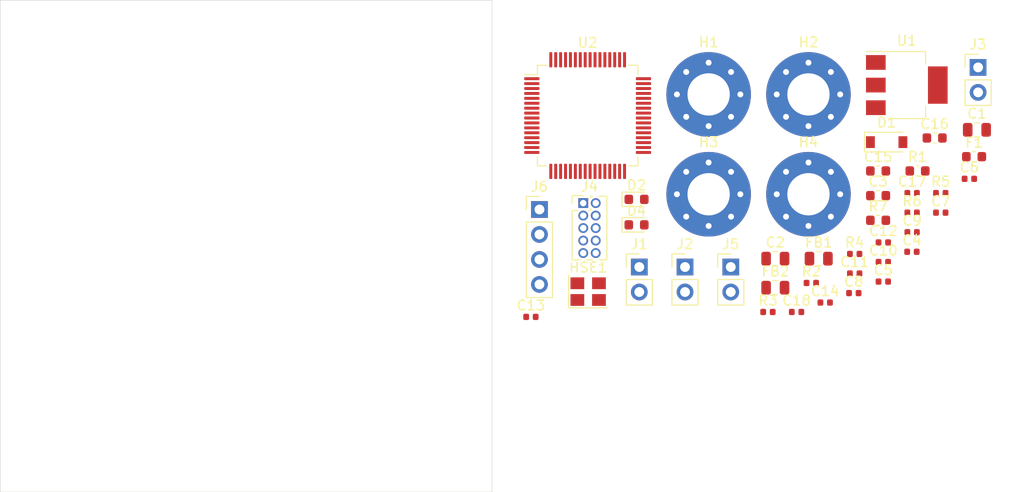
<source format=kicad_pcb>
(kicad_pcb (version 20171130) (host pcbnew "(5.1.6)-1")

  (general
    (thickness 1.6)
    (drawings 4)
    (tracks 0)
    (zones 0)
    (modules 44)
    (nets 68)
  )

  (page A4)
  (layers
    (0 F.Cu signal)
    (31 B.Cu signal)
    (32 B.Adhes user)
    (33 F.Adhes user)
    (34 B.Paste user)
    (35 F.Paste user)
    (36 B.SilkS user)
    (37 F.SilkS user)
    (38 B.Mask user)
    (39 F.Mask user)
    (40 Dwgs.User user)
    (41 Cmts.User user)
    (42 Eco1.User user)
    (43 Eco2.User user)
    (44 Edge.Cuts user)
    (45 Margin user)
    (46 B.CrtYd user)
    (47 F.CrtYd user)
    (48 B.Fab user)
    (49 F.Fab user)
  )

  (setup
    (last_trace_width 0.25)
    (trace_clearance 0.2)
    (zone_clearance 0.508)
    (zone_45_only no)
    (trace_min 0.2)
    (via_size 0.8)
    (via_drill 0.4)
    (via_min_size 0.4)
    (via_min_drill 0.3)
    (uvia_size 0.3)
    (uvia_drill 0.1)
    (uvias_allowed no)
    (uvia_min_size 0.2)
    (uvia_min_drill 0.1)
    (edge_width 0.05)
    (segment_width 0.2)
    (pcb_text_width 0.3)
    (pcb_text_size 1.5 1.5)
    (mod_edge_width 0.12)
    (mod_text_size 1 1)
    (mod_text_width 0.15)
    (pad_size 1.524 1.524)
    (pad_drill 0.762)
    (pad_to_mask_clearance 0.05)
    (aux_axis_origin 0 0)
    (visible_elements FFFFFF7F)
    (pcbplotparams
      (layerselection 0x010fc_ffffffff)
      (usegerberextensions false)
      (usegerberattributes true)
      (usegerberadvancedattributes true)
      (creategerberjobfile true)
      (excludeedgelayer true)
      (linewidth 0.100000)
      (plotframeref false)
      (viasonmask false)
      (mode 1)
      (useauxorigin false)
      (hpglpennumber 1)
      (hpglpenspeed 20)
      (hpglpendiameter 15.000000)
      (psnegative false)
      (psa4output false)
      (plotreference true)
      (plotvalue true)
      (plotinvisibletext false)
      (padsonsilk false)
      (subtractmaskfromsilk false)
      (outputformat 1)
      (mirror false)
      (drillshape 1)
      (scaleselection 1)
      (outputdirectory ""))
  )

  (net 0 "")
  (net 1 GND)
  (net 2 "Net-(C1-Pad1)")
  (net 3 +3V3)
  (net 4 +3.3VA)
  (net 5 "Net-(C15-Pad1)")
  (net 6 "Net-(C16-Pad1)")
  (net 7 HSE_IN)
  (net 8 "Net-(C18-Pad1)")
  (net 9 "Net-(D1-Pad1)")
  (net 10 VCC)
  (net 11 "Net-(D2-Pad1)")
  (net 12 "Net-(D4-Pad1)")
  (net 13 "Net-(D4-Pad2)")
  (net 14 "Net-(F1-Pad1)")
  (net 15 I2C1_SDA)
  (net 16 I2C1_SCL)
  (net 17 SWDIO)
  (net 18 SWCLK)
  (net 19 SW0)
  (net 20 "Net-(J4-Pad7)")
  (net 21 "Net-(J4-Pad8)")
  (net 22 NRST)
  (net 23 USART1_TX)
  (net 24 USART1_RX)
  (net 25 SPI_CS)
  (net 26 SPI_SCK)
  (net 27 SPI_MISO)
  (net 28 SPI_MOSI)
  (net 29 BOOT0)
  (net 30 BOOT1)
  (net 31 HSE_OUT)
  (net 32 "Net-(U2-Pad2)")
  (net 33 "Net-(U2-Pad3)")
  (net 34 "Net-(U2-Pad4)")
  (net 35 "Net-(U2-Pad8)")
  (net 36 "Net-(U2-Pad9)")
  (net 37 "Net-(U2-Pad10)")
  (net 38 "Net-(U2-Pad11)")
  (net 39 "Net-(U2-Pad14)")
  (net 40 "Net-(U2-Pad15)")
  (net 41 "Net-(U2-Pad16)")
  (net 42 "Net-(U2-Pad17)")
  (net 43 "Net-(U2-Pad24)")
  (net 44 "Net-(U2-Pad25)")
  (net 45 "Net-(U2-Pad26)")
  (net 46 "Net-(U2-Pad27)")
  (net 47 "Net-(U2-Pad29)")
  (net 48 "Net-(U2-Pad30)")
  (net 49 "Net-(U2-Pad34)")
  (net 50 "Net-(U2-Pad35)")
  (net 51 "Net-(U2-Pad36)")
  (net 52 "Net-(U2-Pad37)")
  (net 53 "Net-(U2-Pad38)")
  (net 54 "Net-(U2-Pad39)")
  (net 55 "Net-(U2-Pad40)")
  (net 56 "Net-(U2-Pad41)")
  (net 57 "Net-(U2-Pad44)")
  (net 58 "Net-(U2-Pad45)")
  (net 59 "Net-(U2-Pad50)")
  (net 60 "Net-(U2-Pad51)")
  (net 61 "Net-(U2-Pad52)")
  (net 62 "Net-(U2-Pad53)")
  (net 63 "Net-(U2-Pad54)")
  (net 64 "Net-(U2-Pad56)")
  (net 65 "Net-(U2-Pad57)")
  (net 66 "Net-(U2-Pad61)")
  (net 67 "Net-(U2-Pad62)")

  (net_class Default "This is the default net class."
    (clearance 0.2)
    (trace_width 0.25)
    (via_dia 0.8)
    (via_drill 0.4)
    (uvia_dia 0.3)
    (uvia_drill 0.1)
    (add_net +3.3VA)
    (add_net +3V3)
    (add_net BOOT0)
    (add_net BOOT1)
    (add_net GND)
    (add_net HSE_IN)
    (add_net HSE_OUT)
    (add_net I2C1_SCL)
    (add_net I2C1_SDA)
    (add_net NRST)
    (add_net "Net-(C1-Pad1)")
    (add_net "Net-(C15-Pad1)")
    (add_net "Net-(C16-Pad1)")
    (add_net "Net-(C18-Pad1)")
    (add_net "Net-(D1-Pad1)")
    (add_net "Net-(D2-Pad1)")
    (add_net "Net-(D4-Pad1)")
    (add_net "Net-(D4-Pad2)")
    (add_net "Net-(F1-Pad1)")
    (add_net "Net-(J4-Pad7)")
    (add_net "Net-(J4-Pad8)")
    (add_net "Net-(U2-Pad10)")
    (add_net "Net-(U2-Pad11)")
    (add_net "Net-(U2-Pad14)")
    (add_net "Net-(U2-Pad15)")
    (add_net "Net-(U2-Pad16)")
    (add_net "Net-(U2-Pad17)")
    (add_net "Net-(U2-Pad2)")
    (add_net "Net-(U2-Pad24)")
    (add_net "Net-(U2-Pad25)")
    (add_net "Net-(U2-Pad26)")
    (add_net "Net-(U2-Pad27)")
    (add_net "Net-(U2-Pad29)")
    (add_net "Net-(U2-Pad3)")
    (add_net "Net-(U2-Pad30)")
    (add_net "Net-(U2-Pad34)")
    (add_net "Net-(U2-Pad35)")
    (add_net "Net-(U2-Pad36)")
    (add_net "Net-(U2-Pad37)")
    (add_net "Net-(U2-Pad38)")
    (add_net "Net-(U2-Pad39)")
    (add_net "Net-(U2-Pad4)")
    (add_net "Net-(U2-Pad40)")
    (add_net "Net-(U2-Pad41)")
    (add_net "Net-(U2-Pad44)")
    (add_net "Net-(U2-Pad45)")
    (add_net "Net-(U2-Pad50)")
    (add_net "Net-(U2-Pad51)")
    (add_net "Net-(U2-Pad52)")
    (add_net "Net-(U2-Pad53)")
    (add_net "Net-(U2-Pad54)")
    (add_net "Net-(U2-Pad56)")
    (add_net "Net-(U2-Pad57)")
    (add_net "Net-(U2-Pad61)")
    (add_net "Net-(U2-Pad62)")
    (add_net "Net-(U2-Pad8)")
    (add_net "Net-(U2-Pad9)")
    (add_net SPI_CS)
    (add_net SPI_MISO)
    (add_net SPI_MOSI)
    (add_net SPI_SCK)
    (add_net SW0)
    (add_net SWCLK)
    (add_net SWDIO)
    (add_net USART1_RX)
    (add_net USART1_TX)
    (add_net VCC)
  )

  (module Capacitor_SMD:C_0805_2012Metric (layer F.Cu) (tedit 5B36C52B) (tstamp 5F1DF672)
    (at -10.694999 3.175001)
    (descr "Capacitor SMD 0805 (2012 Metric), square (rectangular) end terminal, IPC_7351 nominal, (Body size source: https://docs.google.com/spreadsheets/d/1BsfQQcO9C6DZCsRaXUlFlo91Tg2WpOkGARC1WS5S8t0/edit?usp=sharing), generated with kicad-footprint-generator")
    (tags capacitor)
    (path /5F17D8ED)
    (attr smd)
    (fp_text reference C1 (at 0 -1.65) (layer F.SilkS)
      (effects (font (size 1 1) (thickness 0.15)))
    )
    (fp_text value 10u (at 0 1.65) (layer F.Fab)
      (effects (font (size 1 1) (thickness 0.15)))
    )
    (fp_text user %R (at 0 0) (layer F.Fab)
      (effects (font (size 0.5 0.5) (thickness 0.08)))
    )
    (fp_line (start -1 0.6) (end -1 -0.6) (layer F.Fab) (width 0.1))
    (fp_line (start -1 -0.6) (end 1 -0.6) (layer F.Fab) (width 0.1))
    (fp_line (start 1 -0.6) (end 1 0.6) (layer F.Fab) (width 0.1))
    (fp_line (start 1 0.6) (end -1 0.6) (layer F.Fab) (width 0.1))
    (fp_line (start -0.258578 -0.71) (end 0.258578 -0.71) (layer F.SilkS) (width 0.12))
    (fp_line (start -0.258578 0.71) (end 0.258578 0.71) (layer F.SilkS) (width 0.12))
    (fp_line (start -1.68 0.95) (end -1.68 -0.95) (layer F.CrtYd) (width 0.05))
    (fp_line (start -1.68 -0.95) (end 1.68 -0.95) (layer F.CrtYd) (width 0.05))
    (fp_line (start 1.68 -0.95) (end 1.68 0.95) (layer F.CrtYd) (width 0.05))
    (fp_line (start 1.68 0.95) (end -1.68 0.95) (layer F.CrtYd) (width 0.05))
    (pad 2 smd roundrect (at 0.9375 0) (size 0.975 1.4) (layers F.Cu F.Paste F.Mask) (roundrect_rratio 0.25)
      (net 1 GND))
    (pad 1 smd roundrect (at -0.9375 0) (size 0.975 1.4) (layers F.Cu F.Paste F.Mask) (roundrect_rratio 0.25)
      (net 2 "Net-(C1-Pad1)"))
    (model ${KISYS3DMOD}/Capacitor_SMD.3dshapes/C_0805_2012Metric.wrl
      (at (xyz 0 0 0))
      (scale (xyz 1 1 1))
      (rotate (xyz 0 0 0))
    )
  )

  (module Capacitor_SMD:C_0805_2012Metric (layer F.Cu) (tedit 5B36C52B) (tstamp 5F1DF683)
    (at -31.194999 16.275001)
    (descr "Capacitor SMD 0805 (2012 Metric), square (rectangular) end terminal, IPC_7351 nominal, (Body size source: https://docs.google.com/spreadsheets/d/1BsfQQcO9C6DZCsRaXUlFlo91Tg2WpOkGARC1WS5S8t0/edit?usp=sharing), generated with kicad-footprint-generator")
    (tags capacitor)
    (path /5F17DE30)
    (attr smd)
    (fp_text reference C2 (at 0 -1.65) (layer F.SilkS)
      (effects (font (size 1 1) (thickness 0.15)))
    )
    (fp_text value 10u (at 0 1.65) (layer F.Fab)
      (effects (font (size 1 1) (thickness 0.15)))
    )
    (fp_line (start 1.68 0.95) (end -1.68 0.95) (layer F.CrtYd) (width 0.05))
    (fp_line (start 1.68 -0.95) (end 1.68 0.95) (layer F.CrtYd) (width 0.05))
    (fp_line (start -1.68 -0.95) (end 1.68 -0.95) (layer F.CrtYd) (width 0.05))
    (fp_line (start -1.68 0.95) (end -1.68 -0.95) (layer F.CrtYd) (width 0.05))
    (fp_line (start -0.258578 0.71) (end 0.258578 0.71) (layer F.SilkS) (width 0.12))
    (fp_line (start -0.258578 -0.71) (end 0.258578 -0.71) (layer F.SilkS) (width 0.12))
    (fp_line (start 1 0.6) (end -1 0.6) (layer F.Fab) (width 0.1))
    (fp_line (start 1 -0.6) (end 1 0.6) (layer F.Fab) (width 0.1))
    (fp_line (start -1 -0.6) (end 1 -0.6) (layer F.Fab) (width 0.1))
    (fp_line (start -1 0.6) (end -1 -0.6) (layer F.Fab) (width 0.1))
    (fp_text user %R (at 0 0) (layer F.Fab)
      (effects (font (size 0.5 0.5) (thickness 0.08)))
    )
    (pad 1 smd roundrect (at -0.9375 0) (size 0.975 1.4) (layers F.Cu F.Paste F.Mask) (roundrect_rratio 0.25)
      (net 3 +3V3))
    (pad 2 smd roundrect (at 0.9375 0) (size 0.975 1.4) (layers F.Cu F.Paste F.Mask) (roundrect_rratio 0.25)
      (net 1 GND))
    (model ${KISYS3DMOD}/Capacitor_SMD.3dshapes/C_0805_2012Metric.wrl
      (at (xyz 0 0 0))
      (scale (xyz 1 1 1))
      (rotate (xyz 0 0 0))
    )
  )

  (module Capacitor_SMD:C_0603_1608Metric (layer F.Cu) (tedit 5B301BBE) (tstamp 5F1DF694)
    (at -20.744999 9.865001)
    (descr "Capacitor SMD 0603 (1608 Metric), square (rectangular) end terminal, IPC_7351 nominal, (Body size source: http://www.tortai-tech.com/upload/download/2011102023233369053.pdf), generated with kicad-footprint-generator")
    (tags capacitor)
    (path /5F1B2ACE)
    (attr smd)
    (fp_text reference C3 (at 0 -1.43) (layer F.SilkS)
      (effects (font (size 1 1) (thickness 0.15)))
    )
    (fp_text value 10u (at 0 1.43) (layer F.Fab)
      (effects (font (size 1 1) (thickness 0.15)))
    )
    (fp_line (start 1.48 0.73) (end -1.48 0.73) (layer F.CrtYd) (width 0.05))
    (fp_line (start 1.48 -0.73) (end 1.48 0.73) (layer F.CrtYd) (width 0.05))
    (fp_line (start -1.48 -0.73) (end 1.48 -0.73) (layer F.CrtYd) (width 0.05))
    (fp_line (start -1.48 0.73) (end -1.48 -0.73) (layer F.CrtYd) (width 0.05))
    (fp_line (start -0.162779 0.51) (end 0.162779 0.51) (layer F.SilkS) (width 0.12))
    (fp_line (start -0.162779 -0.51) (end 0.162779 -0.51) (layer F.SilkS) (width 0.12))
    (fp_line (start 0.8 0.4) (end -0.8 0.4) (layer F.Fab) (width 0.1))
    (fp_line (start 0.8 -0.4) (end 0.8 0.4) (layer F.Fab) (width 0.1))
    (fp_line (start -0.8 -0.4) (end 0.8 -0.4) (layer F.Fab) (width 0.1))
    (fp_line (start -0.8 0.4) (end -0.8 -0.4) (layer F.Fab) (width 0.1))
    (fp_text user %R (at 0 0) (layer F.Fab)
      (effects (font (size 0.4 0.4) (thickness 0.06)))
    )
    (pad 1 smd roundrect (at -0.7875 0) (size 0.875 0.95) (layers F.Cu F.Paste F.Mask) (roundrect_rratio 0.25)
      (net 3 +3V3))
    (pad 2 smd roundrect (at 0.7875 0) (size 0.875 0.95) (layers F.Cu F.Paste F.Mask) (roundrect_rratio 0.25)
      (net 1 GND))
    (model ${KISYS3DMOD}/Capacitor_SMD.3dshapes/C_0603_1608Metric.wrl
      (at (xyz 0 0 0))
      (scale (xyz 1 1 1))
      (rotate (xyz 0 0 0))
    )
  )

  (module Capacitor_SMD:C_0402_1005Metric (layer F.Cu) (tedit 5B301BBE) (tstamp 5F1DF6A3)
    (at -17.304999 15.575001)
    (descr "Capacitor SMD 0402 (1005 Metric), square (rectangular) end terminal, IPC_7351 nominal, (Body size source: http://www.tortai-tech.com/upload/download/2011102023233369053.pdf), generated with kicad-footprint-generator")
    (tags capacitor)
    (path /5F1B274E)
    (attr smd)
    (fp_text reference C4 (at 0 -1.17) (layer F.SilkS)
      (effects (font (size 1 1) (thickness 0.15)))
    )
    (fp_text value 100nF (at 0 1.17) (layer F.Fab)
      (effects (font (size 1 1) (thickness 0.15)))
    )
    (fp_text user %R (at 0 0) (layer F.Fab)
      (effects (font (size 0.25 0.25) (thickness 0.04)))
    )
    (fp_line (start -0.5 0.25) (end -0.5 -0.25) (layer F.Fab) (width 0.1))
    (fp_line (start -0.5 -0.25) (end 0.5 -0.25) (layer F.Fab) (width 0.1))
    (fp_line (start 0.5 -0.25) (end 0.5 0.25) (layer F.Fab) (width 0.1))
    (fp_line (start 0.5 0.25) (end -0.5 0.25) (layer F.Fab) (width 0.1))
    (fp_line (start -0.93 0.47) (end -0.93 -0.47) (layer F.CrtYd) (width 0.05))
    (fp_line (start -0.93 -0.47) (end 0.93 -0.47) (layer F.CrtYd) (width 0.05))
    (fp_line (start 0.93 -0.47) (end 0.93 0.47) (layer F.CrtYd) (width 0.05))
    (fp_line (start 0.93 0.47) (end -0.93 0.47) (layer F.CrtYd) (width 0.05))
    (pad 2 smd roundrect (at 0.485 0) (size 0.59 0.64) (layers F.Cu F.Paste F.Mask) (roundrect_rratio 0.25)
      (net 1 GND))
    (pad 1 smd roundrect (at -0.485 0) (size 0.59 0.64) (layers F.Cu F.Paste F.Mask) (roundrect_rratio 0.25)
      (net 3 +3V3))
    (model ${KISYS3DMOD}/Capacitor_SMD.3dshapes/C_0402_1005Metric.wrl
      (at (xyz 0 0 0))
      (scale (xyz 1 1 1))
      (rotate (xyz 0 0 0))
    )
  )

  (module Capacitor_SMD:C_0402_1005Metric (layer F.Cu) (tedit 5B301BBE) (tstamp 5F1DF6B2)
    (at -20.214999 18.605001)
    (descr "Capacitor SMD 0402 (1005 Metric), square (rectangular) end terminal, IPC_7351 nominal, (Body size source: http://www.tortai-tech.com/upload/download/2011102023233369053.pdf), generated with kicad-footprint-generator")
    (tags capacitor)
    (path /5F1A2259)
    (attr smd)
    (fp_text reference C5 (at 0 -1.17) (layer F.SilkS)
      (effects (font (size 1 1) (thickness 0.15)))
    )
    (fp_text value 100nF (at 0 1.17) (layer F.Fab)
      (effects (font (size 1 1) (thickness 0.15)))
    )
    (fp_line (start 0.93 0.47) (end -0.93 0.47) (layer F.CrtYd) (width 0.05))
    (fp_line (start 0.93 -0.47) (end 0.93 0.47) (layer F.CrtYd) (width 0.05))
    (fp_line (start -0.93 -0.47) (end 0.93 -0.47) (layer F.CrtYd) (width 0.05))
    (fp_line (start -0.93 0.47) (end -0.93 -0.47) (layer F.CrtYd) (width 0.05))
    (fp_line (start 0.5 0.25) (end -0.5 0.25) (layer F.Fab) (width 0.1))
    (fp_line (start 0.5 -0.25) (end 0.5 0.25) (layer F.Fab) (width 0.1))
    (fp_line (start -0.5 -0.25) (end 0.5 -0.25) (layer F.Fab) (width 0.1))
    (fp_line (start -0.5 0.25) (end -0.5 -0.25) (layer F.Fab) (width 0.1))
    (fp_text user %R (at 0 0) (layer F.Fab)
      (effects (font (size 0.25 0.25) (thickness 0.04)))
    )
    (pad 1 smd roundrect (at -0.485 0) (size 0.59 0.64) (layers F.Cu F.Paste F.Mask) (roundrect_rratio 0.25)
      (net 3 +3V3))
    (pad 2 smd roundrect (at 0.485 0) (size 0.59 0.64) (layers F.Cu F.Paste F.Mask) (roundrect_rratio 0.25)
      (net 1 GND))
    (model ${KISYS3DMOD}/Capacitor_SMD.3dshapes/C_0402_1005Metric.wrl
      (at (xyz 0 0 0))
      (scale (xyz 1 1 1))
      (rotate (xyz 0 0 0))
    )
  )

  (module Capacitor_SMD:C_0402_1005Metric (layer F.Cu) (tedit 5B301BBE) (tstamp 5F1DF6C1)
    (at -11.464999 8.155001)
    (descr "Capacitor SMD 0402 (1005 Metric), square (rectangular) end terminal, IPC_7351 nominal, (Body size source: http://www.tortai-tech.com/upload/download/2011102023233369053.pdf), generated with kicad-footprint-generator")
    (tags capacitor)
    (path /5F1A2612)
    (attr smd)
    (fp_text reference C6 (at 0 -1.17) (layer F.SilkS)
      (effects (font (size 1 1) (thickness 0.15)))
    )
    (fp_text value 100nF (at 0 1.17) (layer F.Fab)
      (effects (font (size 1 1) (thickness 0.15)))
    )
    (fp_line (start 0.93 0.47) (end -0.93 0.47) (layer F.CrtYd) (width 0.05))
    (fp_line (start 0.93 -0.47) (end 0.93 0.47) (layer F.CrtYd) (width 0.05))
    (fp_line (start -0.93 -0.47) (end 0.93 -0.47) (layer F.CrtYd) (width 0.05))
    (fp_line (start -0.93 0.47) (end -0.93 -0.47) (layer F.CrtYd) (width 0.05))
    (fp_line (start 0.5 0.25) (end -0.5 0.25) (layer F.Fab) (width 0.1))
    (fp_line (start 0.5 -0.25) (end 0.5 0.25) (layer F.Fab) (width 0.1))
    (fp_line (start -0.5 -0.25) (end 0.5 -0.25) (layer F.Fab) (width 0.1))
    (fp_line (start -0.5 0.25) (end -0.5 -0.25) (layer F.Fab) (width 0.1))
    (fp_text user %R (at 0 0) (layer F.Fab)
      (effects (font (size 0.25 0.25) (thickness 0.04)))
    )
    (pad 1 smd roundrect (at -0.485 0) (size 0.59 0.64) (layers F.Cu F.Paste F.Mask) (roundrect_rratio 0.25)
      (net 3 +3V3))
    (pad 2 smd roundrect (at 0.485 0) (size 0.59 0.64) (layers F.Cu F.Paste F.Mask) (roundrect_rratio 0.25)
      (net 1 GND))
    (model ${KISYS3DMOD}/Capacitor_SMD.3dshapes/C_0402_1005Metric.wrl
      (at (xyz 0 0 0))
      (scale (xyz 1 1 1))
      (rotate (xyz 0 0 0))
    )
  )

  (module Capacitor_SMD:C_0402_1005Metric (layer F.Cu) (tedit 5B301BBE) (tstamp 5F1DF6D0)
    (at -14.374999 11.595001)
    (descr "Capacitor SMD 0402 (1005 Metric), square (rectangular) end terminal, IPC_7351 nominal, (Body size source: http://www.tortai-tech.com/upload/download/2011102023233369053.pdf), generated with kicad-footprint-generator")
    (tags capacitor)
    (path /5F1A41BB)
    (attr smd)
    (fp_text reference C7 (at 0 -1.17) (layer F.SilkS)
      (effects (font (size 1 1) (thickness 0.15)))
    )
    (fp_text value 100nF (at 0 1.17) (layer F.Fab)
      (effects (font (size 1 1) (thickness 0.15)))
    )
    (fp_text user %R (at 0 0) (layer F.Fab)
      (effects (font (size 0.25 0.25) (thickness 0.04)))
    )
    (fp_line (start -0.5 0.25) (end -0.5 -0.25) (layer F.Fab) (width 0.1))
    (fp_line (start -0.5 -0.25) (end 0.5 -0.25) (layer F.Fab) (width 0.1))
    (fp_line (start 0.5 -0.25) (end 0.5 0.25) (layer F.Fab) (width 0.1))
    (fp_line (start 0.5 0.25) (end -0.5 0.25) (layer F.Fab) (width 0.1))
    (fp_line (start -0.93 0.47) (end -0.93 -0.47) (layer F.CrtYd) (width 0.05))
    (fp_line (start -0.93 -0.47) (end 0.93 -0.47) (layer F.CrtYd) (width 0.05))
    (fp_line (start 0.93 -0.47) (end 0.93 0.47) (layer F.CrtYd) (width 0.05))
    (fp_line (start 0.93 0.47) (end -0.93 0.47) (layer F.CrtYd) (width 0.05))
    (pad 2 smd roundrect (at 0.485 0) (size 0.59 0.64) (layers F.Cu F.Paste F.Mask) (roundrect_rratio 0.25)
      (net 1 GND))
    (pad 1 smd roundrect (at -0.485 0) (size 0.59 0.64) (layers F.Cu F.Paste F.Mask) (roundrect_rratio 0.25)
      (net 3 +3V3))
    (model ${KISYS3DMOD}/Capacitor_SMD.3dshapes/C_0402_1005Metric.wrl
      (at (xyz 0 0 0))
      (scale (xyz 1 1 1))
      (rotate (xyz 0 0 0))
    )
  )

  (module Capacitor_SMD:C_0402_1005Metric (layer F.Cu) (tedit 5B301BBE) (tstamp 5F1DF6DF)
    (at -23.214999 19.775001)
    (descr "Capacitor SMD 0402 (1005 Metric), square (rectangular) end terminal, IPC_7351 nominal, (Body size source: http://www.tortai-tech.com/upload/download/2011102023233369053.pdf), generated with kicad-footprint-generator")
    (tags capacitor)
    (path /5F1A41C1)
    (attr smd)
    (fp_text reference C8 (at 0 -1.17) (layer F.SilkS)
      (effects (font (size 1 1) (thickness 0.15)))
    )
    (fp_text value 100nF (at 0 1.17) (layer F.Fab)
      (effects (font (size 1 1) (thickness 0.15)))
    )
    (fp_line (start 0.93 0.47) (end -0.93 0.47) (layer F.CrtYd) (width 0.05))
    (fp_line (start 0.93 -0.47) (end 0.93 0.47) (layer F.CrtYd) (width 0.05))
    (fp_line (start -0.93 -0.47) (end 0.93 -0.47) (layer F.CrtYd) (width 0.05))
    (fp_line (start -0.93 0.47) (end -0.93 -0.47) (layer F.CrtYd) (width 0.05))
    (fp_line (start 0.5 0.25) (end -0.5 0.25) (layer F.Fab) (width 0.1))
    (fp_line (start 0.5 -0.25) (end 0.5 0.25) (layer F.Fab) (width 0.1))
    (fp_line (start -0.5 -0.25) (end 0.5 -0.25) (layer F.Fab) (width 0.1))
    (fp_line (start -0.5 0.25) (end -0.5 -0.25) (layer F.Fab) (width 0.1))
    (fp_text user %R (at 0 0) (layer F.Fab)
      (effects (font (size 0.25 0.25) (thickness 0.04)))
    )
    (pad 1 smd roundrect (at -0.485 0) (size 0.59 0.64) (layers F.Cu F.Paste F.Mask) (roundrect_rratio 0.25)
      (net 3 +3V3))
    (pad 2 smd roundrect (at 0.485 0) (size 0.59 0.64) (layers F.Cu F.Paste F.Mask) (roundrect_rratio 0.25)
      (net 1 GND))
    (model ${KISYS3DMOD}/Capacitor_SMD.3dshapes/C_0402_1005Metric.wrl
      (at (xyz 0 0 0))
      (scale (xyz 1 1 1))
      (rotate (xyz 0 0 0))
    )
  )

  (module Capacitor_SMD:C_0402_1005Metric (layer F.Cu) (tedit 5B301BBE) (tstamp 5F1DF6EE)
    (at -17.284999 13.585001)
    (descr "Capacitor SMD 0402 (1005 Metric), square (rectangular) end terminal, IPC_7351 nominal, (Body size source: http://www.tortai-tech.com/upload/download/2011102023233369053.pdf), generated with kicad-footprint-generator")
    (tags capacitor)
    (path /5F1A4BBE)
    (attr smd)
    (fp_text reference C9 (at 0 -1.17) (layer F.SilkS)
      (effects (font (size 1 1) (thickness 0.15)))
    )
    (fp_text value 100nF (at 0 1.17) (layer F.Fab)
      (effects (font (size 1 1) (thickness 0.15)))
    )
    (fp_text user %R (at 0 0) (layer F.Fab)
      (effects (font (size 0.25 0.25) (thickness 0.04)))
    )
    (fp_line (start -0.5 0.25) (end -0.5 -0.25) (layer F.Fab) (width 0.1))
    (fp_line (start -0.5 -0.25) (end 0.5 -0.25) (layer F.Fab) (width 0.1))
    (fp_line (start 0.5 -0.25) (end 0.5 0.25) (layer F.Fab) (width 0.1))
    (fp_line (start 0.5 0.25) (end -0.5 0.25) (layer F.Fab) (width 0.1))
    (fp_line (start -0.93 0.47) (end -0.93 -0.47) (layer F.CrtYd) (width 0.05))
    (fp_line (start -0.93 -0.47) (end 0.93 -0.47) (layer F.CrtYd) (width 0.05))
    (fp_line (start 0.93 -0.47) (end 0.93 0.47) (layer F.CrtYd) (width 0.05))
    (fp_line (start 0.93 0.47) (end -0.93 0.47) (layer F.CrtYd) (width 0.05))
    (pad 2 smd roundrect (at 0.485 0) (size 0.59 0.64) (layers F.Cu F.Paste F.Mask) (roundrect_rratio 0.25)
      (net 1 GND))
    (pad 1 smd roundrect (at -0.485 0) (size 0.59 0.64) (layers F.Cu F.Paste F.Mask) (roundrect_rratio 0.25)
      (net 3 +3V3))
    (model ${KISYS3DMOD}/Capacitor_SMD.3dshapes/C_0402_1005Metric.wrl
      (at (xyz 0 0 0))
      (scale (xyz 1 1 1))
      (rotate (xyz 0 0 0))
    )
  )

  (module Capacitor_SMD:C_0402_1005Metric (layer F.Cu) (tedit 5B301BBE) (tstamp 5F1DF6FD)
    (at -20.214999 16.615001)
    (descr "Capacitor SMD 0402 (1005 Metric), square (rectangular) end terminal, IPC_7351 nominal, (Body size source: http://www.tortai-tech.com/upload/download/2011102023233369053.pdf), generated with kicad-footprint-generator")
    (tags capacitor)
    (path /5F1A4BC4)
    (attr smd)
    (fp_text reference C10 (at 0 -1.17) (layer F.SilkS)
      (effects (font (size 1 1) (thickness 0.15)))
    )
    (fp_text value 100nF (at 0 1.17) (layer F.Fab)
      (effects (font (size 1 1) (thickness 0.15)))
    )
    (fp_line (start 0.93 0.47) (end -0.93 0.47) (layer F.CrtYd) (width 0.05))
    (fp_line (start 0.93 -0.47) (end 0.93 0.47) (layer F.CrtYd) (width 0.05))
    (fp_line (start -0.93 -0.47) (end 0.93 -0.47) (layer F.CrtYd) (width 0.05))
    (fp_line (start -0.93 0.47) (end -0.93 -0.47) (layer F.CrtYd) (width 0.05))
    (fp_line (start 0.5 0.25) (end -0.5 0.25) (layer F.Fab) (width 0.1))
    (fp_line (start 0.5 -0.25) (end 0.5 0.25) (layer F.Fab) (width 0.1))
    (fp_line (start -0.5 -0.25) (end 0.5 -0.25) (layer F.Fab) (width 0.1))
    (fp_line (start -0.5 0.25) (end -0.5 -0.25) (layer F.Fab) (width 0.1))
    (fp_text user %R (at 0 0) (layer F.Fab)
      (effects (font (size 0.25 0.25) (thickness 0.04)))
    )
    (pad 1 smd roundrect (at -0.485 0) (size 0.59 0.64) (layers F.Cu F.Paste F.Mask) (roundrect_rratio 0.25)
      (net 3 +3V3))
    (pad 2 smd roundrect (at 0.485 0) (size 0.59 0.64) (layers F.Cu F.Paste F.Mask) (roundrect_rratio 0.25)
      (net 1 GND))
    (model ${KISYS3DMOD}/Capacitor_SMD.3dshapes/C_0402_1005Metric.wrl
      (at (xyz 0 0 0))
      (scale (xyz 1 1 1))
      (rotate (xyz 0 0 0))
    )
  )

  (module Capacitor_SMD:C_0402_1005Metric (layer F.Cu) (tedit 5B301BBE) (tstamp 5F1DF70C)
    (at -23.124999 17.785001)
    (descr "Capacitor SMD 0402 (1005 Metric), square (rectangular) end terminal, IPC_7351 nominal, (Body size source: http://www.tortai-tech.com/upload/download/2011102023233369053.pdf), generated with kicad-footprint-generator")
    (tags capacitor)
    (path /5F1A5755)
    (attr smd)
    (fp_text reference C11 (at 0 -1.17) (layer F.SilkS)
      (effects (font (size 1 1) (thickness 0.15)))
    )
    (fp_text value 100nF (at 0 1.17) (layer F.Fab)
      (effects (font (size 1 1) (thickness 0.15)))
    )
    (fp_text user %R (at 0 0) (layer F.Fab)
      (effects (font (size 0.25 0.25) (thickness 0.04)))
    )
    (fp_line (start -0.5 0.25) (end -0.5 -0.25) (layer F.Fab) (width 0.1))
    (fp_line (start -0.5 -0.25) (end 0.5 -0.25) (layer F.Fab) (width 0.1))
    (fp_line (start 0.5 -0.25) (end 0.5 0.25) (layer F.Fab) (width 0.1))
    (fp_line (start 0.5 0.25) (end -0.5 0.25) (layer F.Fab) (width 0.1))
    (fp_line (start -0.93 0.47) (end -0.93 -0.47) (layer F.CrtYd) (width 0.05))
    (fp_line (start -0.93 -0.47) (end 0.93 -0.47) (layer F.CrtYd) (width 0.05))
    (fp_line (start 0.93 -0.47) (end 0.93 0.47) (layer F.CrtYd) (width 0.05))
    (fp_line (start 0.93 0.47) (end -0.93 0.47) (layer F.CrtYd) (width 0.05))
    (pad 2 smd roundrect (at 0.485 0) (size 0.59 0.64) (layers F.Cu F.Paste F.Mask) (roundrect_rratio 0.25)
      (net 1 GND))
    (pad 1 smd roundrect (at -0.485 0) (size 0.59 0.64) (layers F.Cu F.Paste F.Mask) (roundrect_rratio 0.25)
      (net 3 +3V3))
    (model ${KISYS3DMOD}/Capacitor_SMD.3dshapes/C_0402_1005Metric.wrl
      (at (xyz 0 0 0))
      (scale (xyz 1 1 1))
      (rotate (xyz 0 0 0))
    )
  )

  (module Capacitor_SMD:C_0402_1005Metric (layer F.Cu) (tedit 5B301BBE) (tstamp 5F1DF71B)
    (at -20.214999 14.625001)
    (descr "Capacitor SMD 0402 (1005 Metric), square (rectangular) end terminal, IPC_7351 nominal, (Body size source: http://www.tortai-tech.com/upload/download/2011102023233369053.pdf), generated with kicad-footprint-generator")
    (tags capacitor)
    (path /5F1A575B)
    (attr smd)
    (fp_text reference C12 (at 0 -1.17) (layer F.SilkS)
      (effects (font (size 1 1) (thickness 0.15)))
    )
    (fp_text value 100nF (at 0 1.17) (layer F.Fab)
      (effects (font (size 1 1) (thickness 0.15)))
    )
    (fp_line (start 0.93 0.47) (end -0.93 0.47) (layer F.CrtYd) (width 0.05))
    (fp_line (start 0.93 -0.47) (end 0.93 0.47) (layer F.CrtYd) (width 0.05))
    (fp_line (start -0.93 -0.47) (end 0.93 -0.47) (layer F.CrtYd) (width 0.05))
    (fp_line (start -0.93 0.47) (end -0.93 -0.47) (layer F.CrtYd) (width 0.05))
    (fp_line (start 0.5 0.25) (end -0.5 0.25) (layer F.Fab) (width 0.1))
    (fp_line (start 0.5 -0.25) (end 0.5 0.25) (layer F.Fab) (width 0.1))
    (fp_line (start -0.5 -0.25) (end 0.5 -0.25) (layer F.Fab) (width 0.1))
    (fp_line (start -0.5 0.25) (end -0.5 -0.25) (layer F.Fab) (width 0.1))
    (fp_text user %R (at 0 0) (layer F.Fab)
      (effects (font (size 0.25 0.25) (thickness 0.04)))
    )
    (pad 1 smd roundrect (at -0.485 0) (size 0.59 0.64) (layers F.Cu F.Paste F.Mask) (roundrect_rratio 0.25)
      (net 3 +3V3))
    (pad 2 smd roundrect (at 0.485 0) (size 0.59 0.64) (layers F.Cu F.Paste F.Mask) (roundrect_rratio 0.25)
      (net 1 GND))
    (model ${KISYS3DMOD}/Capacitor_SMD.3dshapes/C_0402_1005Metric.wrl
      (at (xyz 0 0 0))
      (scale (xyz 1 1 1))
      (rotate (xyz 0 0 0))
    )
  )

  (module Capacitor_SMD:C_0402_1005Metric (layer F.Cu) (tedit 5B301BBE) (tstamp 5F1DF72A)
    (at -56.044999 22.195001)
    (descr "Capacitor SMD 0402 (1005 Metric), square (rectangular) end terminal, IPC_7351 nominal, (Body size source: http://www.tortai-tech.com/upload/download/2011102023233369053.pdf), generated with kicad-footprint-generator")
    (tags capacitor)
    (path /5F18EBD3)
    (attr smd)
    (fp_text reference C13 (at 0 -1.17) (layer F.SilkS)
      (effects (font (size 1 1) (thickness 0.15)))
    )
    (fp_text value 100nF (at 0 1.17) (layer F.Fab)
      (effects (font (size 1 1) (thickness 0.15)))
    )
    (fp_line (start 0.93 0.47) (end -0.93 0.47) (layer F.CrtYd) (width 0.05))
    (fp_line (start 0.93 -0.47) (end 0.93 0.47) (layer F.CrtYd) (width 0.05))
    (fp_line (start -0.93 -0.47) (end 0.93 -0.47) (layer F.CrtYd) (width 0.05))
    (fp_line (start -0.93 0.47) (end -0.93 -0.47) (layer F.CrtYd) (width 0.05))
    (fp_line (start 0.5 0.25) (end -0.5 0.25) (layer F.Fab) (width 0.1))
    (fp_line (start 0.5 -0.25) (end 0.5 0.25) (layer F.Fab) (width 0.1))
    (fp_line (start -0.5 -0.25) (end 0.5 -0.25) (layer F.Fab) (width 0.1))
    (fp_line (start -0.5 0.25) (end -0.5 -0.25) (layer F.Fab) (width 0.1))
    (fp_text user %R (at 0 0) (layer F.Fab)
      (effects (font (size 0.25 0.25) (thickness 0.04)))
    )
    (pad 1 smd roundrect (at -0.485 0) (size 0.59 0.64) (layers F.Cu F.Paste F.Mask) (roundrect_rratio 0.25)
      (net 4 +3.3VA))
    (pad 2 smd roundrect (at 0.485 0) (size 0.59 0.64) (layers F.Cu F.Paste F.Mask) (roundrect_rratio 0.25)
      (net 1 GND))
    (model ${KISYS3DMOD}/Capacitor_SMD.3dshapes/C_0402_1005Metric.wrl
      (at (xyz 0 0 0))
      (scale (xyz 1 1 1))
      (rotate (xyz 0 0 0))
    )
  )

  (module Capacitor_SMD:C_0402_1005Metric (layer F.Cu) (tedit 5B301BBE) (tstamp 5F1DF739)
    (at -26.124999 20.735001)
    (descr "Capacitor SMD 0402 (1005 Metric), square (rectangular) end terminal, IPC_7351 nominal, (Body size source: http://www.tortai-tech.com/upload/download/2011102023233369053.pdf), generated with kicad-footprint-generator")
    (tags capacitor)
    (path /5F18F430)
    (attr smd)
    (fp_text reference C14 (at 0 -1.17) (layer F.SilkS)
      (effects (font (size 1 1) (thickness 0.15)))
    )
    (fp_text value 10nF (at 0 1.17) (layer F.Fab)
      (effects (font (size 1 1) (thickness 0.15)))
    )
    (fp_text user %R (at 0 0) (layer F.Fab)
      (effects (font (size 0.25 0.25) (thickness 0.04)))
    )
    (fp_line (start -0.5 0.25) (end -0.5 -0.25) (layer F.Fab) (width 0.1))
    (fp_line (start -0.5 -0.25) (end 0.5 -0.25) (layer F.Fab) (width 0.1))
    (fp_line (start 0.5 -0.25) (end 0.5 0.25) (layer F.Fab) (width 0.1))
    (fp_line (start 0.5 0.25) (end -0.5 0.25) (layer F.Fab) (width 0.1))
    (fp_line (start -0.93 0.47) (end -0.93 -0.47) (layer F.CrtYd) (width 0.05))
    (fp_line (start -0.93 -0.47) (end 0.93 -0.47) (layer F.CrtYd) (width 0.05))
    (fp_line (start 0.93 -0.47) (end 0.93 0.47) (layer F.CrtYd) (width 0.05))
    (fp_line (start 0.93 0.47) (end -0.93 0.47) (layer F.CrtYd) (width 0.05))
    (pad 2 smd roundrect (at 0.485 0) (size 0.59 0.64) (layers F.Cu F.Paste F.Mask) (roundrect_rratio 0.25)
      (net 1 GND))
    (pad 1 smd roundrect (at -0.485 0) (size 0.59 0.64) (layers F.Cu F.Paste F.Mask) (roundrect_rratio 0.25)
      (net 4 +3.3VA))
    (model ${KISYS3DMOD}/Capacitor_SMD.3dshapes/C_0402_1005Metric.wrl
      (at (xyz 0 0 0))
      (scale (xyz 1 1 1))
      (rotate (xyz 0 0 0))
    )
  )

  (module Capacitor_SMD:C_0603_1608Metric (layer F.Cu) (tedit 5B301BBE) (tstamp 5F1DF74A)
    (at -20.744999 7.355001)
    (descr "Capacitor SMD 0603 (1608 Metric), square (rectangular) end terminal, IPC_7351 nominal, (Body size source: http://www.tortai-tech.com/upload/download/2011102023233369053.pdf), generated with kicad-footprint-generator")
    (tags capacitor)
    (path /5F1D80CF)
    (attr smd)
    (fp_text reference C15 (at 0 -1.43) (layer F.SilkS)
      (effects (font (size 1 1) (thickness 0.15)))
    )
    (fp_text value 2.2u (at 0 1.43) (layer F.Fab)
      (effects (font (size 1 1) (thickness 0.15)))
    )
    (fp_line (start 1.48 0.73) (end -1.48 0.73) (layer F.CrtYd) (width 0.05))
    (fp_line (start 1.48 -0.73) (end 1.48 0.73) (layer F.CrtYd) (width 0.05))
    (fp_line (start -1.48 -0.73) (end 1.48 -0.73) (layer F.CrtYd) (width 0.05))
    (fp_line (start -1.48 0.73) (end -1.48 -0.73) (layer F.CrtYd) (width 0.05))
    (fp_line (start -0.162779 0.51) (end 0.162779 0.51) (layer F.SilkS) (width 0.12))
    (fp_line (start -0.162779 -0.51) (end 0.162779 -0.51) (layer F.SilkS) (width 0.12))
    (fp_line (start 0.8 0.4) (end -0.8 0.4) (layer F.Fab) (width 0.1))
    (fp_line (start 0.8 -0.4) (end 0.8 0.4) (layer F.Fab) (width 0.1))
    (fp_line (start -0.8 -0.4) (end 0.8 -0.4) (layer F.Fab) (width 0.1))
    (fp_line (start -0.8 0.4) (end -0.8 -0.4) (layer F.Fab) (width 0.1))
    (fp_text user %R (at 0 0) (layer F.Fab)
      (effects (font (size 0.4 0.4) (thickness 0.06)))
    )
    (pad 1 smd roundrect (at -0.7875 0) (size 0.875 0.95) (layers F.Cu F.Paste F.Mask) (roundrect_rratio 0.25)
      (net 5 "Net-(C15-Pad1)"))
    (pad 2 smd roundrect (at 0.7875 0) (size 0.875 0.95) (layers F.Cu F.Paste F.Mask) (roundrect_rratio 0.25)
      (net 1 GND))
    (model ${KISYS3DMOD}/Capacitor_SMD.3dshapes/C_0603_1608Metric.wrl
      (at (xyz 0 0 0))
      (scale (xyz 1 1 1))
      (rotate (xyz 0 0 0))
    )
  )

  (module Capacitor_SMD:C_0603_1608Metric (layer F.Cu) (tedit 5B301BBE) (tstamp 5F1DF75B)
    (at -14.994999 4.005001)
    (descr "Capacitor SMD 0603 (1608 Metric), square (rectangular) end terminal, IPC_7351 nominal, (Body size source: http://www.tortai-tech.com/upload/download/2011102023233369053.pdf), generated with kicad-footprint-generator")
    (tags capacitor)
    (path /5F1D72B1)
    (attr smd)
    (fp_text reference C16 (at 0 -1.43) (layer F.SilkS)
      (effects (font (size 1 1) (thickness 0.15)))
    )
    (fp_text value 2.2u (at 0 1.43) (layer F.Fab)
      (effects (font (size 1 1) (thickness 0.15)))
    )
    (fp_text user %R (at 0 0) (layer F.Fab)
      (effects (font (size 0.4 0.4) (thickness 0.06)))
    )
    (fp_line (start -0.8 0.4) (end -0.8 -0.4) (layer F.Fab) (width 0.1))
    (fp_line (start -0.8 -0.4) (end 0.8 -0.4) (layer F.Fab) (width 0.1))
    (fp_line (start 0.8 -0.4) (end 0.8 0.4) (layer F.Fab) (width 0.1))
    (fp_line (start 0.8 0.4) (end -0.8 0.4) (layer F.Fab) (width 0.1))
    (fp_line (start -0.162779 -0.51) (end 0.162779 -0.51) (layer F.SilkS) (width 0.12))
    (fp_line (start -0.162779 0.51) (end 0.162779 0.51) (layer F.SilkS) (width 0.12))
    (fp_line (start -1.48 0.73) (end -1.48 -0.73) (layer F.CrtYd) (width 0.05))
    (fp_line (start -1.48 -0.73) (end 1.48 -0.73) (layer F.CrtYd) (width 0.05))
    (fp_line (start 1.48 -0.73) (end 1.48 0.73) (layer F.CrtYd) (width 0.05))
    (fp_line (start 1.48 0.73) (end -1.48 0.73) (layer F.CrtYd) (width 0.05))
    (pad 2 smd roundrect (at 0.7875 0) (size 0.875 0.95) (layers F.Cu F.Paste F.Mask) (roundrect_rratio 0.25)
      (net 1 GND))
    (pad 1 smd roundrect (at -0.7875 0) (size 0.875 0.95) (layers F.Cu F.Paste F.Mask) (roundrect_rratio 0.25)
      (net 6 "Net-(C16-Pad1)"))
    (model ${KISYS3DMOD}/Capacitor_SMD.3dshapes/C_0603_1608Metric.wrl
      (at (xyz 0 0 0))
      (scale (xyz 1 1 1))
      (rotate (xyz 0 0 0))
    )
  )

  (module Capacitor_SMD:C_0402_1005Metric (layer F.Cu) (tedit 5B301BBE) (tstamp 5F1DF76A)
    (at -17.284999 9.605001)
    (descr "Capacitor SMD 0402 (1005 Metric), square (rectangular) end terminal, IPC_7351 nominal, (Body size source: http://www.tortai-tech.com/upload/download/2011102023233369053.pdf), generated with kicad-footprint-generator")
    (tags capacitor)
    (path /5F1F54FD)
    (attr smd)
    (fp_text reference C17 (at 0 -1.17) (layer F.SilkS)
      (effects (font (size 1 1) (thickness 0.15)))
    )
    (fp_text value 12p (at 0 1.17) (layer F.Fab)
      (effects (font (size 1 1) (thickness 0.15)))
    )
    (fp_line (start 0.93 0.47) (end -0.93 0.47) (layer F.CrtYd) (width 0.05))
    (fp_line (start 0.93 -0.47) (end 0.93 0.47) (layer F.CrtYd) (width 0.05))
    (fp_line (start -0.93 -0.47) (end 0.93 -0.47) (layer F.CrtYd) (width 0.05))
    (fp_line (start -0.93 0.47) (end -0.93 -0.47) (layer F.CrtYd) (width 0.05))
    (fp_line (start 0.5 0.25) (end -0.5 0.25) (layer F.Fab) (width 0.1))
    (fp_line (start 0.5 -0.25) (end 0.5 0.25) (layer F.Fab) (width 0.1))
    (fp_line (start -0.5 -0.25) (end 0.5 -0.25) (layer F.Fab) (width 0.1))
    (fp_line (start -0.5 0.25) (end -0.5 -0.25) (layer F.Fab) (width 0.1))
    (fp_text user %R (at 0 0) (layer F.Fab)
      (effects (font (size 0.25 0.25) (thickness 0.04)))
    )
    (pad 1 smd roundrect (at -0.485 0) (size 0.59 0.64) (layers F.Cu F.Paste F.Mask) (roundrect_rratio 0.25)
      (net 7 HSE_IN))
    (pad 2 smd roundrect (at 0.485 0) (size 0.59 0.64) (layers F.Cu F.Paste F.Mask) (roundrect_rratio 0.25)
      (net 1 GND))
    (model ${KISYS3DMOD}/Capacitor_SMD.3dshapes/C_0402_1005Metric.wrl
      (at (xyz 0 0 0))
      (scale (xyz 1 1 1))
      (rotate (xyz 0 0 0))
    )
  )

  (module Capacitor_SMD:C_0402_1005Metric (layer F.Cu) (tedit 5B301BBE) (tstamp 5F1DF779)
    (at -29.034999 21.695001)
    (descr "Capacitor SMD 0402 (1005 Metric), square (rectangular) end terminal, IPC_7351 nominal, (Body size source: http://www.tortai-tech.com/upload/download/2011102023233369053.pdf), generated with kicad-footprint-generator")
    (tags capacitor)
    (path /5F1F60DE)
    (attr smd)
    (fp_text reference C18 (at 0 -1.17) (layer F.SilkS)
      (effects (font (size 1 1) (thickness 0.15)))
    )
    (fp_text value 12p (at 0 1.17) (layer F.Fab)
      (effects (font (size 1 1) (thickness 0.15)))
    )
    (fp_text user %R (at 0 0) (layer F.Fab)
      (effects (font (size 0.25 0.25) (thickness 0.04)))
    )
    (fp_line (start -0.5 0.25) (end -0.5 -0.25) (layer F.Fab) (width 0.1))
    (fp_line (start -0.5 -0.25) (end 0.5 -0.25) (layer F.Fab) (width 0.1))
    (fp_line (start 0.5 -0.25) (end 0.5 0.25) (layer F.Fab) (width 0.1))
    (fp_line (start 0.5 0.25) (end -0.5 0.25) (layer F.Fab) (width 0.1))
    (fp_line (start -0.93 0.47) (end -0.93 -0.47) (layer F.CrtYd) (width 0.05))
    (fp_line (start -0.93 -0.47) (end 0.93 -0.47) (layer F.CrtYd) (width 0.05))
    (fp_line (start 0.93 -0.47) (end 0.93 0.47) (layer F.CrtYd) (width 0.05))
    (fp_line (start 0.93 0.47) (end -0.93 0.47) (layer F.CrtYd) (width 0.05))
    (pad 2 smd roundrect (at 0.485 0) (size 0.59 0.64) (layers F.Cu F.Paste F.Mask) (roundrect_rratio 0.25)
      (net 1 GND))
    (pad 1 smd roundrect (at -0.485 0) (size 0.59 0.64) (layers F.Cu F.Paste F.Mask) (roundrect_rratio 0.25)
      (net 8 "Net-(C18-Pad1)"))
    (model ${KISYS3DMOD}/Capacitor_SMD.3dshapes/C_0402_1005Metric.wrl
      (at (xyz 0 0 0))
      (scale (xyz 1 1 1))
      (rotate (xyz 0 0 0))
    )
  )

  (module Diode_SMD:D_SOD-123 (layer F.Cu) (tedit 58645DC7) (tstamp 5F1DF792)
    (at -19.874999 4.425001)
    (descr SOD-123)
    (tags SOD-123)
    (path /5F17ADC1)
    (attr smd)
    (fp_text reference D1 (at 0 -2) (layer F.SilkS)
      (effects (font (size 1 1) (thickness 0.15)))
    )
    (fp_text value B5891W (at 0 2.1) (layer F.Fab)
      (effects (font (size 1 1) (thickness 0.15)))
    )
    (fp_line (start -2.25 -1) (end 1.65 -1) (layer F.SilkS) (width 0.12))
    (fp_line (start -2.25 1) (end 1.65 1) (layer F.SilkS) (width 0.12))
    (fp_line (start -2.35 -1.15) (end -2.35 1.15) (layer F.CrtYd) (width 0.05))
    (fp_line (start 2.35 1.15) (end -2.35 1.15) (layer F.CrtYd) (width 0.05))
    (fp_line (start 2.35 -1.15) (end 2.35 1.15) (layer F.CrtYd) (width 0.05))
    (fp_line (start -2.35 -1.15) (end 2.35 -1.15) (layer F.CrtYd) (width 0.05))
    (fp_line (start -1.4 -0.9) (end 1.4 -0.9) (layer F.Fab) (width 0.1))
    (fp_line (start 1.4 -0.9) (end 1.4 0.9) (layer F.Fab) (width 0.1))
    (fp_line (start 1.4 0.9) (end -1.4 0.9) (layer F.Fab) (width 0.1))
    (fp_line (start -1.4 0.9) (end -1.4 -0.9) (layer F.Fab) (width 0.1))
    (fp_line (start -0.75 0) (end -0.35 0) (layer F.Fab) (width 0.1))
    (fp_line (start -0.35 0) (end -0.35 -0.55) (layer F.Fab) (width 0.1))
    (fp_line (start -0.35 0) (end -0.35 0.55) (layer F.Fab) (width 0.1))
    (fp_line (start -0.35 0) (end 0.25 -0.4) (layer F.Fab) (width 0.1))
    (fp_line (start 0.25 -0.4) (end 0.25 0.4) (layer F.Fab) (width 0.1))
    (fp_line (start 0.25 0.4) (end -0.35 0) (layer F.Fab) (width 0.1))
    (fp_line (start 0.25 0) (end 0.75 0) (layer F.Fab) (width 0.1))
    (fp_line (start -2.25 -1) (end -2.25 1) (layer F.SilkS) (width 0.12))
    (fp_text user %R (at 0 -2) (layer F.Fab)
      (effects (font (size 1 1) (thickness 0.15)))
    )
    (pad 1 smd rect (at -1.65 0) (size 0.9 1.2) (layers F.Cu F.Paste F.Mask)
      (net 9 "Net-(D1-Pad1)"))
    (pad 2 smd rect (at 1.65 0) (size 0.9 1.2) (layers F.Cu F.Paste F.Mask)
      (net 10 VCC))
    (model ${KISYS3DMOD}/Diode_SMD.3dshapes/D_SOD-123.wrl
      (at (xyz 0 0 0))
      (scale (xyz 1 1 1))
      (rotate (xyz 0 0 0))
    )
  )

  (module LED_SMD:LED_0603_1608Metric (layer F.Cu) (tedit 5B301BBE) (tstamp 5F1DF7A5)
    (at -45.304999 10.245001)
    (descr "LED SMD 0603 (1608 Metric), square (rectangular) end terminal, IPC_7351 nominal, (Body size source: http://www.tortai-tech.com/upload/download/2011102023233369053.pdf), generated with kicad-footprint-generator")
    (tags diode)
    (path /5F1B27B1)
    (attr smd)
    (fp_text reference D2 (at 0 -1.43) (layer F.SilkS)
      (effects (font (size 1 1) (thickness 0.15)))
    )
    (fp_text value Red (at 0 1.43) (layer F.Fab)
      (effects (font (size 1 1) (thickness 0.15)))
    )
    (fp_text user %R (at 0 0) (layer F.Fab)
      (effects (font (size 0.4 0.4) (thickness 0.06)))
    )
    (fp_line (start 0.8 -0.4) (end -0.5 -0.4) (layer F.Fab) (width 0.1))
    (fp_line (start -0.5 -0.4) (end -0.8 -0.1) (layer F.Fab) (width 0.1))
    (fp_line (start -0.8 -0.1) (end -0.8 0.4) (layer F.Fab) (width 0.1))
    (fp_line (start -0.8 0.4) (end 0.8 0.4) (layer F.Fab) (width 0.1))
    (fp_line (start 0.8 0.4) (end 0.8 -0.4) (layer F.Fab) (width 0.1))
    (fp_line (start 0.8 -0.735) (end -1.485 -0.735) (layer F.SilkS) (width 0.12))
    (fp_line (start -1.485 -0.735) (end -1.485 0.735) (layer F.SilkS) (width 0.12))
    (fp_line (start -1.485 0.735) (end 0.8 0.735) (layer F.SilkS) (width 0.12))
    (fp_line (start -1.48 0.73) (end -1.48 -0.73) (layer F.CrtYd) (width 0.05))
    (fp_line (start -1.48 -0.73) (end 1.48 -0.73) (layer F.CrtYd) (width 0.05))
    (fp_line (start 1.48 -0.73) (end 1.48 0.73) (layer F.CrtYd) (width 0.05))
    (fp_line (start 1.48 0.73) (end -1.48 0.73) (layer F.CrtYd) (width 0.05))
    (pad 2 smd roundrect (at 0.7875 0) (size 0.875 0.95) (layers F.Cu F.Paste F.Mask) (roundrect_rratio 0.25)
      (net 3 +3V3))
    (pad 1 smd roundrect (at -0.7875 0) (size 0.875 0.95) (layers F.Cu F.Paste F.Mask) (roundrect_rratio 0.25)
      (net 11 "Net-(D2-Pad1)"))
    (model ${KISYS3DMOD}/LED_SMD.3dshapes/LED_0603_1608Metric.wrl
      (at (xyz 0 0 0))
      (scale (xyz 1 1 1))
      (rotate (xyz 0 0 0))
    )
  )

  (module LED_SMD:LED_0603_1608Metric (layer F.Cu) (tedit 5B301BBE) (tstamp 5F1DF7B8)
    (at -45.304999 12.835001)
    (descr "LED SMD 0603 (1608 Metric), square (rectangular) end terminal, IPC_7351 nominal, (Body size source: http://www.tortai-tech.com/upload/download/2011102023233369053.pdf), generated with kicad-footprint-generator")
    (tags diode)
    (path /5F1F4C0B)
    (attr smd)
    (fp_text reference D4 (at 0 -1.43) (layer F.SilkS)
      (effects (font (size 1 1) (thickness 0.15)))
    )
    (fp_text value Red (at 0 1.43) (layer F.Fab)
      (effects (font (size 1 1) (thickness 0.15)))
    )
    (fp_line (start 1.48 0.73) (end -1.48 0.73) (layer F.CrtYd) (width 0.05))
    (fp_line (start 1.48 -0.73) (end 1.48 0.73) (layer F.CrtYd) (width 0.05))
    (fp_line (start -1.48 -0.73) (end 1.48 -0.73) (layer F.CrtYd) (width 0.05))
    (fp_line (start -1.48 0.73) (end -1.48 -0.73) (layer F.CrtYd) (width 0.05))
    (fp_line (start -1.485 0.735) (end 0.8 0.735) (layer F.SilkS) (width 0.12))
    (fp_line (start -1.485 -0.735) (end -1.485 0.735) (layer F.SilkS) (width 0.12))
    (fp_line (start 0.8 -0.735) (end -1.485 -0.735) (layer F.SilkS) (width 0.12))
    (fp_line (start 0.8 0.4) (end 0.8 -0.4) (layer F.Fab) (width 0.1))
    (fp_line (start -0.8 0.4) (end 0.8 0.4) (layer F.Fab) (width 0.1))
    (fp_line (start -0.8 -0.1) (end -0.8 0.4) (layer F.Fab) (width 0.1))
    (fp_line (start -0.5 -0.4) (end -0.8 -0.1) (layer F.Fab) (width 0.1))
    (fp_line (start 0.8 -0.4) (end -0.5 -0.4) (layer F.Fab) (width 0.1))
    (fp_text user %R (at 0 0) (layer F.Fab)
      (effects (font (size 0.4 0.4) (thickness 0.06)))
    )
    (pad 1 smd roundrect (at -0.7875 0) (size 0.875 0.95) (layers F.Cu F.Paste F.Mask) (roundrect_rratio 0.25)
      (net 12 "Net-(D4-Pad1)"))
    (pad 2 smd roundrect (at 0.7875 0) (size 0.875 0.95) (layers F.Cu F.Paste F.Mask) (roundrect_rratio 0.25)
      (net 13 "Net-(D4-Pad2)"))
    (model ${KISYS3DMOD}/LED_SMD.3dshapes/LED_0603_1608Metric.wrl
      (at (xyz 0 0 0))
      (scale (xyz 1 1 1))
      (rotate (xyz 0 0 0))
    )
  )

  (module Fuse:Fuse_0603_1608Metric (layer F.Cu) (tedit 5B301BBE) (tstamp 5F1DF7C9)
    (at -10.984999 5.905001)
    (descr "Fuse SMD 0603 (1608 Metric), square (rectangular) end terminal, IPC_7351 nominal, (Body size source: http://www.tortai-tech.com/upload/download/2011102023233369053.pdf), generated with kicad-footprint-generator")
    (tags resistor)
    (path /5F177EF8)
    (attr smd)
    (fp_text reference F1 (at 0 -1.43) (layer F.SilkS)
      (effects (font (size 1 1) (thickness 0.15)))
    )
    (fp_text value 500mA (at 0 1.43) (layer F.Fab)
      (effects (font (size 1 1) (thickness 0.15)))
    )
    (fp_line (start 1.48 0.73) (end -1.48 0.73) (layer F.CrtYd) (width 0.05))
    (fp_line (start 1.48 -0.73) (end 1.48 0.73) (layer F.CrtYd) (width 0.05))
    (fp_line (start -1.48 -0.73) (end 1.48 -0.73) (layer F.CrtYd) (width 0.05))
    (fp_line (start -1.48 0.73) (end -1.48 -0.73) (layer F.CrtYd) (width 0.05))
    (fp_line (start -0.162779 0.51) (end 0.162779 0.51) (layer F.SilkS) (width 0.12))
    (fp_line (start -0.162779 -0.51) (end 0.162779 -0.51) (layer F.SilkS) (width 0.12))
    (fp_line (start 0.8 0.4) (end -0.8 0.4) (layer F.Fab) (width 0.1))
    (fp_line (start 0.8 -0.4) (end 0.8 0.4) (layer F.Fab) (width 0.1))
    (fp_line (start -0.8 -0.4) (end 0.8 -0.4) (layer F.Fab) (width 0.1))
    (fp_line (start -0.8 0.4) (end -0.8 -0.4) (layer F.Fab) (width 0.1))
    (fp_text user %R (at 0 0) (layer F.Fab)
      (effects (font (size 0.4 0.4) (thickness 0.06)))
    )
    (pad 1 smd roundrect (at -0.7875 0) (size 0.875 0.95) (layers F.Cu F.Paste F.Mask) (roundrect_rratio 0.25)
      (net 14 "Net-(F1-Pad1)"))
    (pad 2 smd roundrect (at 0.7875 0) (size 0.875 0.95) (layers F.Cu F.Paste F.Mask) (roundrect_rratio 0.25)
      (net 9 "Net-(D1-Pad1)"))
    (model ${KISYS3DMOD}/Fuse.3dshapes/Fuse_0603_1608Metric.wrl
      (at (xyz 0 0 0))
      (scale (xyz 1 1 1))
      (rotate (xyz 0 0 0))
    )
  )

  (module Inductor_SMD:L_0805_2012Metric (layer F.Cu) (tedit 5B36C52B) (tstamp 5F1DF7DA)
    (at -26.784999 16.275001)
    (descr "Inductor SMD 0805 (2012 Metric), square (rectangular) end terminal, IPC_7351 nominal, (Body size source: https://docs.google.com/spreadsheets/d/1BsfQQcO9C6DZCsRaXUlFlo91Tg2WpOkGARC1WS5S8t0/edit?usp=sharing), generated with kicad-footprint-generator")
    (tags inductor)
    (path /5F177536)
    (attr smd)
    (fp_text reference FB1 (at 0 -1.65) (layer F.SilkS)
      (effects (font (size 1 1) (thickness 0.15)))
    )
    (fp_text value "100 @ 100MHz" (at 0 1.65) (layer F.Fab)
      (effects (font (size 1 1) (thickness 0.15)))
    )
    (fp_text user %R (at 0 0) (layer F.Fab)
      (effects (font (size 0.5 0.5) (thickness 0.08)))
    )
    (fp_line (start -1 0.6) (end -1 -0.6) (layer F.Fab) (width 0.1))
    (fp_line (start -1 -0.6) (end 1 -0.6) (layer F.Fab) (width 0.1))
    (fp_line (start 1 -0.6) (end 1 0.6) (layer F.Fab) (width 0.1))
    (fp_line (start 1 0.6) (end -1 0.6) (layer F.Fab) (width 0.1))
    (fp_line (start -0.258578 -0.71) (end 0.258578 -0.71) (layer F.SilkS) (width 0.12))
    (fp_line (start -0.258578 0.71) (end 0.258578 0.71) (layer F.SilkS) (width 0.12))
    (fp_line (start -1.68 0.95) (end -1.68 -0.95) (layer F.CrtYd) (width 0.05))
    (fp_line (start -1.68 -0.95) (end 1.68 -0.95) (layer F.CrtYd) (width 0.05))
    (fp_line (start 1.68 -0.95) (end 1.68 0.95) (layer F.CrtYd) (width 0.05))
    (fp_line (start 1.68 0.95) (end -1.68 0.95) (layer F.CrtYd) (width 0.05))
    (pad 2 smd roundrect (at 0.9375 0) (size 0.975 1.4) (layers F.Cu F.Paste F.Mask) (roundrect_rratio 0.25)
      (net 14 "Net-(F1-Pad1)"))
    (pad 1 smd roundrect (at -0.9375 0) (size 0.975 1.4) (layers F.Cu F.Paste F.Mask) (roundrect_rratio 0.25)
      (net 2 "Net-(C1-Pad1)"))
    (model ${KISYS3DMOD}/Inductor_SMD.3dshapes/L_0805_2012Metric.wrl
      (at (xyz 0 0 0))
      (scale (xyz 1 1 1))
      (rotate (xyz 0 0 0))
    )
  )

  (module Inductor_SMD:L_0805_2012Metric (layer F.Cu) (tedit 5B36C52B) (tstamp 5F1DF7EB)
    (at -31.194999 19.225001)
    (descr "Inductor SMD 0805 (2012 Metric), square (rectangular) end terminal, IPC_7351 nominal, (Body size source: https://docs.google.com/spreadsheets/d/1BsfQQcO9C6DZCsRaXUlFlo91Tg2WpOkGARC1WS5S8t0/edit?usp=sharing), generated with kicad-footprint-generator")
    (tags inductor)
    (path /5F18DEFB)
    (attr smd)
    (fp_text reference FB2 (at 0 -1.65) (layer F.SilkS)
      (effects (font (size 1 1) (thickness 0.15)))
    )
    (fp_text value "100 @ 100MHz" (at 0 1.65) (layer F.Fab)
      (effects (font (size 1 1) (thickness 0.15)))
    )
    (fp_line (start 1.68 0.95) (end -1.68 0.95) (layer F.CrtYd) (width 0.05))
    (fp_line (start 1.68 -0.95) (end 1.68 0.95) (layer F.CrtYd) (width 0.05))
    (fp_line (start -1.68 -0.95) (end 1.68 -0.95) (layer F.CrtYd) (width 0.05))
    (fp_line (start -1.68 0.95) (end -1.68 -0.95) (layer F.CrtYd) (width 0.05))
    (fp_line (start -0.258578 0.71) (end 0.258578 0.71) (layer F.SilkS) (width 0.12))
    (fp_line (start -0.258578 -0.71) (end 0.258578 -0.71) (layer F.SilkS) (width 0.12))
    (fp_line (start 1 0.6) (end -1 0.6) (layer F.Fab) (width 0.1))
    (fp_line (start 1 -0.6) (end 1 0.6) (layer F.Fab) (width 0.1))
    (fp_line (start -1 -0.6) (end 1 -0.6) (layer F.Fab) (width 0.1))
    (fp_line (start -1 0.6) (end -1 -0.6) (layer F.Fab) (width 0.1))
    (fp_text user %R (at 0 0) (layer F.Fab)
      (effects (font (size 0.5 0.5) (thickness 0.08)))
    )
    (pad 1 smd roundrect (at -0.9375 0) (size 0.975 1.4) (layers F.Cu F.Paste F.Mask) (roundrect_rratio 0.25)
      (net 4 +3.3VA))
    (pad 2 smd roundrect (at 0.9375 0) (size 0.975 1.4) (layers F.Cu F.Paste F.Mask) (roundrect_rratio 0.25)
      (net 3 +3V3))
    (model ${KISYS3DMOD}/Inductor_SMD.3dshapes/L_0805_2012Metric.wrl
      (at (xyz 0 0 0))
      (scale (xyz 1 1 1))
      (rotate (xyz 0 0 0))
    )
  )

  (module MountingHole:MountingHole_4.3mm_M4_Pad_Via (layer F.Cu) (tedit 56DDBFD7) (tstamp 5F1DF7FB)
    (at -37.974999 -0.424999)
    (descr "Mounting Hole 4.3mm, M4")
    (tags "mounting hole 4.3mm m4")
    (path /5F317C28)
    (attr virtual)
    (fp_text reference H1 (at 0 -5.3) (layer F.SilkS)
      (effects (font (size 1 1) (thickness 0.15)))
    )
    (fp_text value MountingHole_Pad (at 0 5.3) (layer F.Fab)
      (effects (font (size 1 1) (thickness 0.15)))
    )
    (fp_text user %R (at 0.3 0) (layer F.Fab)
      (effects (font (size 1 1) (thickness 0.15)))
    )
    (fp_circle (center 0 0) (end 4.3 0) (layer Cmts.User) (width 0.15))
    (fp_circle (center 0 0) (end 4.55 0) (layer F.CrtYd) (width 0.05))
    (pad 1 thru_hole circle (at 2.280419 -2.280419) (size 0.9 0.9) (drill 0.6) (layers *.Cu *.Mask)
      (net 1 GND))
    (pad 1 thru_hole circle (at 0 -3.225) (size 0.9 0.9) (drill 0.6) (layers *.Cu *.Mask)
      (net 1 GND))
    (pad 1 thru_hole circle (at -2.280419 -2.280419) (size 0.9 0.9) (drill 0.6) (layers *.Cu *.Mask)
      (net 1 GND))
    (pad 1 thru_hole circle (at -3.225 0) (size 0.9 0.9) (drill 0.6) (layers *.Cu *.Mask)
      (net 1 GND))
    (pad 1 thru_hole circle (at -2.280419 2.280419) (size 0.9 0.9) (drill 0.6) (layers *.Cu *.Mask)
      (net 1 GND))
    (pad 1 thru_hole circle (at 0 3.225) (size 0.9 0.9) (drill 0.6) (layers *.Cu *.Mask)
      (net 1 GND))
    (pad 1 thru_hole circle (at 2.280419 2.280419) (size 0.9 0.9) (drill 0.6) (layers *.Cu *.Mask)
      (net 1 GND))
    (pad 1 thru_hole circle (at 3.225 0) (size 0.9 0.9) (drill 0.6) (layers *.Cu *.Mask)
      (net 1 GND))
    (pad 1 thru_hole circle (at 0 0) (size 8.6 8.6) (drill 4.3) (layers *.Cu *.Mask)
      (net 1 GND))
  )

  (module MountingHole:MountingHole_4.3mm_M4_Pad_Via (layer F.Cu) (tedit 56DDBFD7) (tstamp 5F1DF80B)
    (at -27.824999 -0.424999)
    (descr "Mounting Hole 4.3mm, M4")
    (tags "mounting hole 4.3mm m4")
    (path /5F31836C)
    (attr virtual)
    (fp_text reference H2 (at 0 -5.3) (layer F.SilkS)
      (effects (font (size 1 1) (thickness 0.15)))
    )
    (fp_text value MountingHole_Pad (at 0 5.3) (layer F.Fab)
      (effects (font (size 1 1) (thickness 0.15)))
    )
    (fp_circle (center 0 0) (end 4.55 0) (layer F.CrtYd) (width 0.05))
    (fp_circle (center 0 0) (end 4.3 0) (layer Cmts.User) (width 0.15))
    (fp_text user %R (at 0.3 0) (layer F.Fab)
      (effects (font (size 1 1) (thickness 0.15)))
    )
    (pad 1 thru_hole circle (at 0 0) (size 8.6 8.6) (drill 4.3) (layers *.Cu *.Mask)
      (net 1 GND))
    (pad 1 thru_hole circle (at 3.225 0) (size 0.9 0.9) (drill 0.6) (layers *.Cu *.Mask)
      (net 1 GND))
    (pad 1 thru_hole circle (at 2.280419 2.280419) (size 0.9 0.9) (drill 0.6) (layers *.Cu *.Mask)
      (net 1 GND))
    (pad 1 thru_hole circle (at 0 3.225) (size 0.9 0.9) (drill 0.6) (layers *.Cu *.Mask)
      (net 1 GND))
    (pad 1 thru_hole circle (at -2.280419 2.280419) (size 0.9 0.9) (drill 0.6) (layers *.Cu *.Mask)
      (net 1 GND))
    (pad 1 thru_hole circle (at -3.225 0) (size 0.9 0.9) (drill 0.6) (layers *.Cu *.Mask)
      (net 1 GND))
    (pad 1 thru_hole circle (at -2.280419 -2.280419) (size 0.9 0.9) (drill 0.6) (layers *.Cu *.Mask)
      (net 1 GND))
    (pad 1 thru_hole circle (at 0 -3.225) (size 0.9 0.9) (drill 0.6) (layers *.Cu *.Mask)
      (net 1 GND))
    (pad 1 thru_hole circle (at 2.280419 -2.280419) (size 0.9 0.9) (drill 0.6) (layers *.Cu *.Mask)
      (net 1 GND))
  )

  (module MountingHole:MountingHole_4.3mm_M4_Pad_Via (layer F.Cu) (tedit 56DDBFD7) (tstamp 5F1DF81B)
    (at -37.974999 9.725001)
    (descr "Mounting Hole 4.3mm, M4")
    (tags "mounting hole 4.3mm m4")
    (path /5F3184A6)
    (attr virtual)
    (fp_text reference H3 (at 0 -5.3) (layer F.SilkS)
      (effects (font (size 1 1) (thickness 0.15)))
    )
    (fp_text value MountingHole_Pad (at 0 5.3) (layer F.Fab)
      (effects (font (size 1 1) (thickness 0.15)))
    )
    (fp_text user %R (at 0.3 0) (layer F.Fab)
      (effects (font (size 1 1) (thickness 0.15)))
    )
    (fp_circle (center 0 0) (end 4.3 0) (layer Cmts.User) (width 0.15))
    (fp_circle (center 0 0) (end 4.55 0) (layer F.CrtYd) (width 0.05))
    (pad 1 thru_hole circle (at 2.280419 -2.280419) (size 0.9 0.9) (drill 0.6) (layers *.Cu *.Mask)
      (net 1 GND))
    (pad 1 thru_hole circle (at 0 -3.225) (size 0.9 0.9) (drill 0.6) (layers *.Cu *.Mask)
      (net 1 GND))
    (pad 1 thru_hole circle (at -2.280419 -2.280419) (size 0.9 0.9) (drill 0.6) (layers *.Cu *.Mask)
      (net 1 GND))
    (pad 1 thru_hole circle (at -3.225 0) (size 0.9 0.9) (drill 0.6) (layers *.Cu *.Mask)
      (net 1 GND))
    (pad 1 thru_hole circle (at -2.280419 2.280419) (size 0.9 0.9) (drill 0.6) (layers *.Cu *.Mask)
      (net 1 GND))
    (pad 1 thru_hole circle (at 0 3.225) (size 0.9 0.9) (drill 0.6) (layers *.Cu *.Mask)
      (net 1 GND))
    (pad 1 thru_hole circle (at 2.280419 2.280419) (size 0.9 0.9) (drill 0.6) (layers *.Cu *.Mask)
      (net 1 GND))
    (pad 1 thru_hole circle (at 3.225 0) (size 0.9 0.9) (drill 0.6) (layers *.Cu *.Mask)
      (net 1 GND))
    (pad 1 thru_hole circle (at 0 0) (size 8.6 8.6) (drill 4.3) (layers *.Cu *.Mask)
      (net 1 GND))
  )

  (module MountingHole:MountingHole_4.3mm_M4_Pad_Via (layer F.Cu) (tedit 56DDBFD7) (tstamp 5F1DF82B)
    (at -27.824999 9.725001)
    (descr "Mounting Hole 4.3mm, M4")
    (tags "mounting hole 4.3mm m4")
    (path /5F323A50)
    (attr virtual)
    (fp_text reference H4 (at 0 -5.3) (layer F.SilkS)
      (effects (font (size 1 1) (thickness 0.15)))
    )
    (fp_text value MountingHole_Pad (at 0 5.3) (layer F.Fab)
      (effects (font (size 1 1) (thickness 0.15)))
    )
    (fp_circle (center 0 0) (end 4.55 0) (layer F.CrtYd) (width 0.05))
    (fp_circle (center 0 0) (end 4.3 0) (layer Cmts.User) (width 0.15))
    (fp_text user %R (at 0.3 0) (layer F.Fab)
      (effects (font (size 1 1) (thickness 0.15)))
    )
    (pad 1 thru_hole circle (at 0 0) (size 8.6 8.6) (drill 4.3) (layers *.Cu *.Mask)
      (net 1 GND))
    (pad 1 thru_hole circle (at 3.225 0) (size 0.9 0.9) (drill 0.6) (layers *.Cu *.Mask)
      (net 1 GND))
    (pad 1 thru_hole circle (at 2.280419 2.280419) (size 0.9 0.9) (drill 0.6) (layers *.Cu *.Mask)
      (net 1 GND))
    (pad 1 thru_hole circle (at 0 3.225) (size 0.9 0.9) (drill 0.6) (layers *.Cu *.Mask)
      (net 1 GND))
    (pad 1 thru_hole circle (at -2.280419 2.280419) (size 0.9 0.9) (drill 0.6) (layers *.Cu *.Mask)
      (net 1 GND))
    (pad 1 thru_hole circle (at -3.225 0) (size 0.9 0.9) (drill 0.6) (layers *.Cu *.Mask)
      (net 1 GND))
    (pad 1 thru_hole circle (at -2.280419 -2.280419) (size 0.9 0.9) (drill 0.6) (layers *.Cu *.Mask)
      (net 1 GND))
    (pad 1 thru_hole circle (at 0 -3.225) (size 0.9 0.9) (drill 0.6) (layers *.Cu *.Mask)
      (net 1 GND))
    (pad 1 thru_hole circle (at 2.280419 -2.280419) (size 0.9 0.9) (drill 0.6) (layers *.Cu *.Mask)
      (net 1 GND))
  )

  (module Crystal:Crystal_SMD_3225-4Pin_3.2x2.5mm (layer F.Cu) (tedit 5A0FD1B2) (tstamp 5F1DF83F)
    (at -50.224999 19.625001)
    (descr "SMD Crystal SERIES SMD3225/4 http://www.txccrystal.com/images/pdf/7m-accuracy.pdf, 3.2x2.5mm^2 package")
    (tags "SMD SMT crystal")
    (path /5F1E781D)
    (attr smd)
    (fp_text reference HSE1 (at 0 -2.45) (layer F.SilkS)
      (effects (font (size 1 1) (thickness 0.15)))
    )
    (fp_text value 16MHz (at 0 2.45) (layer F.Fab)
      (effects (font (size 1 1) (thickness 0.15)))
    )
    (fp_line (start 2.1 -1.7) (end -2.1 -1.7) (layer F.CrtYd) (width 0.05))
    (fp_line (start 2.1 1.7) (end 2.1 -1.7) (layer F.CrtYd) (width 0.05))
    (fp_line (start -2.1 1.7) (end 2.1 1.7) (layer F.CrtYd) (width 0.05))
    (fp_line (start -2.1 -1.7) (end -2.1 1.7) (layer F.CrtYd) (width 0.05))
    (fp_line (start -2 1.65) (end 2 1.65) (layer F.SilkS) (width 0.12))
    (fp_line (start -2 -1.65) (end -2 1.65) (layer F.SilkS) (width 0.12))
    (fp_line (start -1.6 0.25) (end -0.6 1.25) (layer F.Fab) (width 0.1))
    (fp_line (start 1.6 -1.25) (end -1.6 -1.25) (layer F.Fab) (width 0.1))
    (fp_line (start 1.6 1.25) (end 1.6 -1.25) (layer F.Fab) (width 0.1))
    (fp_line (start -1.6 1.25) (end 1.6 1.25) (layer F.Fab) (width 0.1))
    (fp_line (start -1.6 -1.25) (end -1.6 1.25) (layer F.Fab) (width 0.1))
    (fp_text user %R (at 0 0) (layer F.Fab)
      (effects (font (size 0.7 0.7) (thickness 0.105)))
    )
    (pad 1 smd rect (at -1.1 0.85) (size 1.4 1.2) (layers F.Cu F.Paste F.Mask)
      (net 7 HSE_IN))
    (pad 2 smd rect (at 1.1 0.85) (size 1.4 1.2) (layers F.Cu F.Paste F.Mask)
      (net 1 GND))
    (pad 3 smd rect (at 1.1 -0.85) (size 1.4 1.2) (layers F.Cu F.Paste F.Mask)
      (net 8 "Net-(C18-Pad1)"))
    (pad 4 smd rect (at -1.1 -0.85) (size 1.4 1.2) (layers F.Cu F.Paste F.Mask)
      (net 1 GND))
    (model ${KISYS3DMOD}/Crystal.3dshapes/Crystal_SMD_3225-4Pin_3.2x2.5mm.wrl
      (at (xyz 0 0 0))
      (scale (xyz 1 1 1))
      (rotate (xyz 0 0 0))
    )
  )

  (module Connector_PinHeader_2.54mm:PinHeader_1x02_P2.54mm_Vertical (layer F.Cu) (tedit 59FED5CC) (tstamp 5F1DF855)
    (at -45.024999 17.125001)
    (descr "Through hole straight pin header, 1x02, 2.54mm pitch, single row")
    (tags "Through hole pin header THT 1x02 2.54mm single row")
    (path /5F2DDA4F)
    (fp_text reference J1 (at 0 -2.33) (layer F.SilkS)
      (effects (font (size 1 1) (thickness 0.15)))
    )
    (fp_text value Conn_01x02 (at 0 4.87) (layer F.Fab)
      (effects (font (size 1 1) (thickness 0.15)))
    )
    (fp_text user %R (at 0 1.27 90) (layer F.Fab)
      (effects (font (size 1 1) (thickness 0.15)))
    )
    (fp_line (start -0.635 -1.27) (end 1.27 -1.27) (layer F.Fab) (width 0.1))
    (fp_line (start 1.27 -1.27) (end 1.27 3.81) (layer F.Fab) (width 0.1))
    (fp_line (start 1.27 3.81) (end -1.27 3.81) (layer F.Fab) (width 0.1))
    (fp_line (start -1.27 3.81) (end -1.27 -0.635) (layer F.Fab) (width 0.1))
    (fp_line (start -1.27 -0.635) (end -0.635 -1.27) (layer F.Fab) (width 0.1))
    (fp_line (start -1.33 3.87) (end 1.33 3.87) (layer F.SilkS) (width 0.12))
    (fp_line (start -1.33 1.27) (end -1.33 3.87) (layer F.SilkS) (width 0.12))
    (fp_line (start 1.33 1.27) (end 1.33 3.87) (layer F.SilkS) (width 0.12))
    (fp_line (start -1.33 1.27) (end 1.33 1.27) (layer F.SilkS) (width 0.12))
    (fp_line (start -1.33 0) (end -1.33 -1.33) (layer F.SilkS) (width 0.12))
    (fp_line (start -1.33 -1.33) (end 0 -1.33) (layer F.SilkS) (width 0.12))
    (fp_line (start -1.8 -1.8) (end -1.8 4.35) (layer F.CrtYd) (width 0.05))
    (fp_line (start -1.8 4.35) (end 1.8 4.35) (layer F.CrtYd) (width 0.05))
    (fp_line (start 1.8 4.35) (end 1.8 -1.8) (layer F.CrtYd) (width 0.05))
    (fp_line (start 1.8 -1.8) (end -1.8 -1.8) (layer F.CrtYd) (width 0.05))
    (pad 2 thru_hole oval (at 0 2.54) (size 1.7 1.7) (drill 1) (layers *.Cu *.Mask)
      (net 1 GND))
    (pad 1 thru_hole rect (at 0 0) (size 1.7 1.7) (drill 1) (layers *.Cu *.Mask)
      (net 3 +3V3))
    (model ${KISYS3DMOD}/Connector_PinHeader_2.54mm.3dshapes/PinHeader_1x02_P2.54mm_Vertical.wrl
      (at (xyz 0 0 0))
      (scale (xyz 1 1 1))
      (rotate (xyz 0 0 0))
    )
  )

  (module Connector_PinHeader_2.54mm:PinHeader_1x02_P2.54mm_Vertical (layer F.Cu) (tedit 59FED5CC) (tstamp 5F1DF86B)
    (at -40.374999 17.125001)
    (descr "Through hole straight pin header, 1x02, 2.54mm pitch, single row")
    (tags "Through hole pin header THT 1x02 2.54mm single row")
    (path /5F2CC1B7)
    (fp_text reference J2 (at 0 -2.33) (layer F.SilkS)
      (effects (font (size 1 1) (thickness 0.15)))
    )
    (fp_text value Conn_01x02 (at 0 4.87) (layer F.Fab)
      (effects (font (size 1 1) (thickness 0.15)))
    )
    (fp_line (start 1.8 -1.8) (end -1.8 -1.8) (layer F.CrtYd) (width 0.05))
    (fp_line (start 1.8 4.35) (end 1.8 -1.8) (layer F.CrtYd) (width 0.05))
    (fp_line (start -1.8 4.35) (end 1.8 4.35) (layer F.CrtYd) (width 0.05))
    (fp_line (start -1.8 -1.8) (end -1.8 4.35) (layer F.CrtYd) (width 0.05))
    (fp_line (start -1.33 -1.33) (end 0 -1.33) (layer F.SilkS) (width 0.12))
    (fp_line (start -1.33 0) (end -1.33 -1.33) (layer F.SilkS) (width 0.12))
    (fp_line (start -1.33 1.27) (end 1.33 1.27) (layer F.SilkS) (width 0.12))
    (fp_line (start 1.33 1.27) (end 1.33 3.87) (layer F.SilkS) (width 0.12))
    (fp_line (start -1.33 1.27) (end -1.33 3.87) (layer F.SilkS) (width 0.12))
    (fp_line (start -1.33 3.87) (end 1.33 3.87) (layer F.SilkS) (width 0.12))
    (fp_line (start -1.27 -0.635) (end -0.635 -1.27) (layer F.Fab) (width 0.1))
    (fp_line (start -1.27 3.81) (end -1.27 -0.635) (layer F.Fab) (width 0.1))
    (fp_line (start 1.27 3.81) (end -1.27 3.81) (layer F.Fab) (width 0.1))
    (fp_line (start 1.27 -1.27) (end 1.27 3.81) (layer F.Fab) (width 0.1))
    (fp_line (start -0.635 -1.27) (end 1.27 -1.27) (layer F.Fab) (width 0.1))
    (fp_text user %R (at 0 1.27 90) (layer F.Fab)
      (effects (font (size 1 1) (thickness 0.15)))
    )
    (pad 1 thru_hole rect (at 0 0) (size 1.7 1.7) (drill 1) (layers *.Cu *.Mask)
      (net 3 +3V3))
    (pad 2 thru_hole oval (at 0 2.54) (size 1.7 1.7) (drill 1) (layers *.Cu *.Mask)
      (net 1 GND))
    (model ${KISYS3DMOD}/Connector_PinHeader_2.54mm.3dshapes/PinHeader_1x02_P2.54mm_Vertical.wrl
      (at (xyz 0 0 0))
      (scale (xyz 1 1 1))
      (rotate (xyz 0 0 0))
    )
  )

  (module Connector_PinHeader_2.54mm:PinHeader_1x02_P2.54mm_Vertical (layer F.Cu) (tedit 59FED5CC) (tstamp 5F1DF881)
    (at -10.574999 -3.174999)
    (descr "Through hole straight pin header, 1x02, 2.54mm pitch, single row")
    (tags "Through hole pin header THT 1x02 2.54mm single row")
    (path /5F2A362F)
    (fp_text reference J3 (at 0 -2.33) (layer F.SilkS)
      (effects (font (size 1 1) (thickness 0.15)))
    )
    (fp_text value Conn_01x02 (at 0 4.87) (layer F.Fab)
      (effects (font (size 1 1) (thickness 0.15)))
    )
    (fp_text user %R (at 0 1.27 90) (layer F.Fab)
      (effects (font (size 1 1) (thickness 0.15)))
    )
    (fp_line (start -0.635 -1.27) (end 1.27 -1.27) (layer F.Fab) (width 0.1))
    (fp_line (start 1.27 -1.27) (end 1.27 3.81) (layer F.Fab) (width 0.1))
    (fp_line (start 1.27 3.81) (end -1.27 3.81) (layer F.Fab) (width 0.1))
    (fp_line (start -1.27 3.81) (end -1.27 -0.635) (layer F.Fab) (width 0.1))
    (fp_line (start -1.27 -0.635) (end -0.635 -1.27) (layer F.Fab) (width 0.1))
    (fp_line (start -1.33 3.87) (end 1.33 3.87) (layer F.SilkS) (width 0.12))
    (fp_line (start -1.33 1.27) (end -1.33 3.87) (layer F.SilkS) (width 0.12))
    (fp_line (start 1.33 1.27) (end 1.33 3.87) (layer F.SilkS) (width 0.12))
    (fp_line (start -1.33 1.27) (end 1.33 1.27) (layer F.SilkS) (width 0.12))
    (fp_line (start -1.33 0) (end -1.33 -1.33) (layer F.SilkS) (width 0.12))
    (fp_line (start -1.33 -1.33) (end 0 -1.33) (layer F.SilkS) (width 0.12))
    (fp_line (start -1.8 -1.8) (end -1.8 4.35) (layer F.CrtYd) (width 0.05))
    (fp_line (start -1.8 4.35) (end 1.8 4.35) (layer F.CrtYd) (width 0.05))
    (fp_line (start 1.8 4.35) (end 1.8 -1.8) (layer F.CrtYd) (width 0.05))
    (fp_line (start 1.8 -1.8) (end -1.8 -1.8) (layer F.CrtYd) (width 0.05))
    (pad 2 thru_hole oval (at 0 2.54) (size 1.7 1.7) (drill 1) (layers *.Cu *.Mask)
      (net 15 I2C1_SDA))
    (pad 1 thru_hole rect (at 0 0) (size 1.7 1.7) (drill 1) (layers *.Cu *.Mask)
      (net 16 I2C1_SCL))
    (model ${KISYS3DMOD}/Connector_PinHeader_2.54mm.3dshapes/PinHeader_1x02_P2.54mm_Vertical.wrl
      (at (xyz 0 0 0))
      (scale (xyz 1 1 1))
      (rotate (xyz 0 0 0))
    )
  )

  (module Connector_PinHeader_1.27mm:PinHeader_2x05_P1.27mm_Vertical (layer F.Cu) (tedit 59FED6E3) (tstamp 5F1DF8A6)
    (at -50.724999 10.625001)
    (descr "Through hole straight pin header, 2x05, 1.27mm pitch, double rows")
    (tags "Through hole pin header THT 2x05 1.27mm double row")
    (path /5F1833F2)
    (fp_text reference J4 (at 0.635 -1.695) (layer F.SilkS)
      (effects (font (size 1 1) (thickness 0.15)))
    )
    (fp_text value Conn_02x05_Odd_Even (at 0.635 6.775) (layer F.Fab)
      (effects (font (size 1 1) (thickness 0.15)))
    )
    (fp_line (start 2.85 -1.15) (end -1.6 -1.15) (layer F.CrtYd) (width 0.05))
    (fp_line (start 2.85 6.25) (end 2.85 -1.15) (layer F.CrtYd) (width 0.05))
    (fp_line (start -1.6 6.25) (end 2.85 6.25) (layer F.CrtYd) (width 0.05))
    (fp_line (start -1.6 -1.15) (end -1.6 6.25) (layer F.CrtYd) (width 0.05))
    (fp_line (start -1.13 -0.76) (end 0 -0.76) (layer F.SilkS) (width 0.12))
    (fp_line (start -1.13 0) (end -1.13 -0.76) (layer F.SilkS) (width 0.12))
    (fp_line (start 1.57753 -0.695) (end 2.4 -0.695) (layer F.SilkS) (width 0.12))
    (fp_line (start 0.76 -0.695) (end 0.96247 -0.695) (layer F.SilkS) (width 0.12))
    (fp_line (start 0.76 -0.563471) (end 0.76 -0.695) (layer F.SilkS) (width 0.12))
    (fp_line (start 0.76 0.706529) (end 0.76 0.563471) (layer F.SilkS) (width 0.12))
    (fp_line (start 0.563471 0.76) (end 0.706529 0.76) (layer F.SilkS) (width 0.12))
    (fp_line (start -1.13 0.76) (end -0.563471 0.76) (layer F.SilkS) (width 0.12))
    (fp_line (start 2.4 -0.695) (end 2.4 5.775) (layer F.SilkS) (width 0.12))
    (fp_line (start -1.13 0.76) (end -1.13 5.775) (layer F.SilkS) (width 0.12))
    (fp_line (start 0.30753 5.775) (end 0.96247 5.775) (layer F.SilkS) (width 0.12))
    (fp_line (start 1.57753 5.775) (end 2.4 5.775) (layer F.SilkS) (width 0.12))
    (fp_line (start -1.13 5.775) (end -0.30753 5.775) (layer F.SilkS) (width 0.12))
    (fp_line (start -1.07 0.2175) (end -0.2175 -0.635) (layer F.Fab) (width 0.1))
    (fp_line (start -1.07 5.715) (end -1.07 0.2175) (layer F.Fab) (width 0.1))
    (fp_line (start 2.34 5.715) (end -1.07 5.715) (layer F.Fab) (width 0.1))
    (fp_line (start 2.34 -0.635) (end 2.34 5.715) (layer F.Fab) (width 0.1))
    (fp_line (start -0.2175 -0.635) (end 2.34 -0.635) (layer F.Fab) (width 0.1))
    (fp_text user %R (at 0.635 2.54 90) (layer F.Fab)
      (effects (font (size 1 1) (thickness 0.15)))
    )
    (pad 1 thru_hole rect (at 0 0) (size 1 1) (drill 0.65) (layers *.Cu *.Mask)
      (net 3 +3V3))
    (pad 2 thru_hole oval (at 1.27 0) (size 1 1) (drill 0.65) (layers *.Cu *.Mask)
      (net 17 SWDIO))
    (pad 3 thru_hole oval (at 0 1.27) (size 1 1) (drill 0.65) (layers *.Cu *.Mask)
      (net 1 GND))
    (pad 4 thru_hole oval (at 1.27 1.27) (size 1 1) (drill 0.65) (layers *.Cu *.Mask)
      (net 18 SWCLK))
    (pad 5 thru_hole oval (at 0 2.54) (size 1 1) (drill 0.65) (layers *.Cu *.Mask)
      (net 1 GND))
    (pad 6 thru_hole oval (at 1.27 2.54) (size 1 1) (drill 0.65) (layers *.Cu *.Mask)
      (net 19 SW0))
    (pad 7 thru_hole oval (at 0 3.81) (size 1 1) (drill 0.65) (layers *.Cu *.Mask)
      (net 20 "Net-(J4-Pad7)"))
    (pad 8 thru_hole oval (at 1.27 3.81) (size 1 1) (drill 0.65) (layers *.Cu *.Mask)
      (net 21 "Net-(J4-Pad8)"))
    (pad 9 thru_hole oval (at 0 5.08) (size 1 1) (drill 0.65) (layers *.Cu *.Mask)
      (net 1 GND))
    (pad 10 thru_hole oval (at 1.27 5.08) (size 1 1) (drill 0.65) (layers *.Cu *.Mask)
      (net 22 NRST))
    (model ${KISYS3DMOD}/Connector_PinHeader_1.27mm.3dshapes/PinHeader_2x05_P1.27mm_Vertical.wrl
      (at (xyz 0 0 0))
      (scale (xyz 1 1 1))
      (rotate (xyz 0 0 0))
    )
  )

  (module Connector_PinHeader_2.54mm:PinHeader_1x02_P2.54mm_Vertical (layer F.Cu) (tedit 59FED5CC) (tstamp 5F1DF8BC)
    (at -35.724999 17.125001)
    (descr "Through hole straight pin header, 1x02, 2.54mm pitch, single row")
    (tags "Through hole pin header THT 1x02 2.54mm single row")
    (path /5F2A2CFF)
    (fp_text reference J5 (at 0 -2.33) (layer F.SilkS)
      (effects (font (size 1 1) (thickness 0.15)))
    )
    (fp_text value Conn_01x02 (at 0 4.87) (layer F.Fab)
      (effects (font (size 1 1) (thickness 0.15)))
    )
    (fp_line (start 1.8 -1.8) (end -1.8 -1.8) (layer F.CrtYd) (width 0.05))
    (fp_line (start 1.8 4.35) (end 1.8 -1.8) (layer F.CrtYd) (width 0.05))
    (fp_line (start -1.8 4.35) (end 1.8 4.35) (layer F.CrtYd) (width 0.05))
    (fp_line (start -1.8 -1.8) (end -1.8 4.35) (layer F.CrtYd) (width 0.05))
    (fp_line (start -1.33 -1.33) (end 0 -1.33) (layer F.SilkS) (width 0.12))
    (fp_line (start -1.33 0) (end -1.33 -1.33) (layer F.SilkS) (width 0.12))
    (fp_line (start -1.33 1.27) (end 1.33 1.27) (layer F.SilkS) (width 0.12))
    (fp_line (start 1.33 1.27) (end 1.33 3.87) (layer F.SilkS) (width 0.12))
    (fp_line (start -1.33 1.27) (end -1.33 3.87) (layer F.SilkS) (width 0.12))
    (fp_line (start -1.33 3.87) (end 1.33 3.87) (layer F.SilkS) (width 0.12))
    (fp_line (start -1.27 -0.635) (end -0.635 -1.27) (layer F.Fab) (width 0.1))
    (fp_line (start -1.27 3.81) (end -1.27 -0.635) (layer F.Fab) (width 0.1))
    (fp_line (start 1.27 3.81) (end -1.27 3.81) (layer F.Fab) (width 0.1))
    (fp_line (start 1.27 -1.27) (end 1.27 3.81) (layer F.Fab) (width 0.1))
    (fp_line (start -0.635 -1.27) (end 1.27 -1.27) (layer F.Fab) (width 0.1))
    (fp_text user %R (at 0 1.27 90) (layer F.Fab)
      (effects (font (size 1 1) (thickness 0.15)))
    )
    (pad 1 thru_hole rect (at 0 0) (size 1.7 1.7) (drill 1) (layers *.Cu *.Mask)
      (net 23 USART1_TX))
    (pad 2 thru_hole oval (at 0 2.54) (size 1.7 1.7) (drill 1) (layers *.Cu *.Mask)
      (net 24 USART1_RX))
    (model ${KISYS3DMOD}/Connector_PinHeader_2.54mm.3dshapes/PinHeader_1x02_P2.54mm_Vertical.wrl
      (at (xyz 0 0 0))
      (scale (xyz 1 1 1))
      (rotate (xyz 0 0 0))
    )
  )

  (module Connector_PinHeader_2.54mm:PinHeader_1x04_P2.54mm_Vertical (layer F.Cu) (tedit 59FED5CC) (tstamp 5F1DF8D4)
    (at -55.174999 11.275001)
    (descr "Through hole straight pin header, 1x04, 2.54mm pitch, single row")
    (tags "Through hole pin header THT 1x04 2.54mm single row")
    (path /5F2C32F9)
    (fp_text reference J6 (at 0 -2.33) (layer F.SilkS)
      (effects (font (size 1 1) (thickness 0.15)))
    )
    (fp_text value Conn_01x04 (at 0 9.95) (layer F.Fab)
      (effects (font (size 1 1) (thickness 0.15)))
    )
    (fp_line (start 1.8 -1.8) (end -1.8 -1.8) (layer F.CrtYd) (width 0.05))
    (fp_line (start 1.8 9.4) (end 1.8 -1.8) (layer F.CrtYd) (width 0.05))
    (fp_line (start -1.8 9.4) (end 1.8 9.4) (layer F.CrtYd) (width 0.05))
    (fp_line (start -1.8 -1.8) (end -1.8 9.4) (layer F.CrtYd) (width 0.05))
    (fp_line (start -1.33 -1.33) (end 0 -1.33) (layer F.SilkS) (width 0.12))
    (fp_line (start -1.33 0) (end -1.33 -1.33) (layer F.SilkS) (width 0.12))
    (fp_line (start -1.33 1.27) (end 1.33 1.27) (layer F.SilkS) (width 0.12))
    (fp_line (start 1.33 1.27) (end 1.33 8.95) (layer F.SilkS) (width 0.12))
    (fp_line (start -1.33 1.27) (end -1.33 8.95) (layer F.SilkS) (width 0.12))
    (fp_line (start -1.33 8.95) (end 1.33 8.95) (layer F.SilkS) (width 0.12))
    (fp_line (start -1.27 -0.635) (end -0.635 -1.27) (layer F.Fab) (width 0.1))
    (fp_line (start -1.27 8.89) (end -1.27 -0.635) (layer F.Fab) (width 0.1))
    (fp_line (start 1.27 8.89) (end -1.27 8.89) (layer F.Fab) (width 0.1))
    (fp_line (start 1.27 -1.27) (end 1.27 8.89) (layer F.Fab) (width 0.1))
    (fp_line (start -0.635 -1.27) (end 1.27 -1.27) (layer F.Fab) (width 0.1))
    (fp_text user %R (at 0 3.81 90) (layer F.Fab)
      (effects (font (size 1 1) (thickness 0.15)))
    )
    (pad 1 thru_hole rect (at 0 0) (size 1.7 1.7) (drill 1) (layers *.Cu *.Mask)
      (net 25 SPI_CS))
    (pad 2 thru_hole oval (at 0 2.54) (size 1.7 1.7) (drill 1) (layers *.Cu *.Mask)
      (net 26 SPI_SCK))
    (pad 3 thru_hole oval (at 0 5.08) (size 1.7 1.7) (drill 1) (layers *.Cu *.Mask)
      (net 27 SPI_MISO))
    (pad 4 thru_hole oval (at 0 7.62) (size 1.7 1.7) (drill 1) (layers *.Cu *.Mask)
      (net 28 SPI_MOSI))
    (model ${KISYS3DMOD}/Connector_PinHeader_2.54mm.3dshapes/PinHeader_1x04_P2.54mm_Vertical.wrl
      (at (xyz 0 0 0))
      (scale (xyz 1 1 1))
      (rotate (xyz 0 0 0))
    )
  )

  (module Resistor_SMD:R_0603_1608Metric (layer F.Cu) (tedit 5B301BBD) (tstamp 5F1DF8E5)
    (at -16.734999 7.355001)
    (descr "Resistor SMD 0603 (1608 Metric), square (rectangular) end terminal, IPC_7351 nominal, (Body size source: http://www.tortai-tech.com/upload/download/2011102023233369053.pdf), generated with kicad-footprint-generator")
    (tags resistor)
    (path /5F1B3700)
    (attr smd)
    (fp_text reference R1 (at 0 -1.43) (layer F.SilkS)
      (effects (font (size 1 1) (thickness 0.15)))
    )
    (fp_text value 2k2 (at 0 1.43) (layer F.Fab)
      (effects (font (size 1 1) (thickness 0.15)))
    )
    (fp_text user %R (at 0 0) (layer F.Fab)
      (effects (font (size 0.4 0.4) (thickness 0.06)))
    )
    (fp_line (start -0.8 0.4) (end -0.8 -0.4) (layer F.Fab) (width 0.1))
    (fp_line (start -0.8 -0.4) (end 0.8 -0.4) (layer F.Fab) (width 0.1))
    (fp_line (start 0.8 -0.4) (end 0.8 0.4) (layer F.Fab) (width 0.1))
    (fp_line (start 0.8 0.4) (end -0.8 0.4) (layer F.Fab) (width 0.1))
    (fp_line (start -0.162779 -0.51) (end 0.162779 -0.51) (layer F.SilkS) (width 0.12))
    (fp_line (start -0.162779 0.51) (end 0.162779 0.51) (layer F.SilkS) (width 0.12))
    (fp_line (start -1.48 0.73) (end -1.48 -0.73) (layer F.CrtYd) (width 0.05))
    (fp_line (start -1.48 -0.73) (end 1.48 -0.73) (layer F.CrtYd) (width 0.05))
    (fp_line (start 1.48 -0.73) (end 1.48 0.73) (layer F.CrtYd) (width 0.05))
    (fp_line (start 1.48 0.73) (end -1.48 0.73) (layer F.CrtYd) (width 0.05))
    (pad 2 smd roundrect (at 0.7875 0) (size 0.875 0.95) (layers F.Cu F.Paste F.Mask) (roundrect_rratio 0.25)
      (net 1 GND))
    (pad 1 smd roundrect (at -0.7875 0) (size 0.875 0.95) (layers F.Cu F.Paste F.Mask) (roundrect_rratio 0.25)
      (net 11 "Net-(D2-Pad1)"))
    (model ${KISYS3DMOD}/Resistor_SMD.3dshapes/R_0603_1608Metric.wrl
      (at (xyz 0 0 0))
      (scale (xyz 1 1 1))
      (rotate (xyz 0 0 0))
    )
  )

  (module Resistor_SMD:R_0402_1005Metric (layer F.Cu) (tedit 5B301BBD) (tstamp 5F1DF8F4)
    (at -27.534999 18.745001)
    (descr "Resistor SMD 0402 (1005 Metric), square (rectangular) end terminal, IPC_7351 nominal, (Body size source: http://www.tortai-tech.com/upload/download/2011102023233369053.pdf), generated with kicad-footprint-generator")
    (tags resistor)
    (path /5F227FAA)
    (attr smd)
    (fp_text reference R2 (at 0 -1.17) (layer F.SilkS)
      (effects (font (size 1 1) (thickness 0.15)))
    )
    (fp_text value 10k (at 0 1.17) (layer F.Fab)
      (effects (font (size 1 1) (thickness 0.15)))
    )
    (fp_text user %R (at 0 0) (layer F.Fab)
      (effects (font (size 0.25 0.25) (thickness 0.04)))
    )
    (fp_line (start -0.5 0.25) (end -0.5 -0.25) (layer F.Fab) (width 0.1))
    (fp_line (start -0.5 -0.25) (end 0.5 -0.25) (layer F.Fab) (width 0.1))
    (fp_line (start 0.5 -0.25) (end 0.5 0.25) (layer F.Fab) (width 0.1))
    (fp_line (start 0.5 0.25) (end -0.5 0.25) (layer F.Fab) (width 0.1))
    (fp_line (start -0.93 0.47) (end -0.93 -0.47) (layer F.CrtYd) (width 0.05))
    (fp_line (start -0.93 -0.47) (end 0.93 -0.47) (layer F.CrtYd) (width 0.05))
    (fp_line (start 0.93 -0.47) (end 0.93 0.47) (layer F.CrtYd) (width 0.05))
    (fp_line (start 0.93 0.47) (end -0.93 0.47) (layer F.CrtYd) (width 0.05))
    (pad 2 smd roundrect (at 0.485 0) (size 0.59 0.64) (layers F.Cu F.Paste F.Mask) (roundrect_rratio 0.25)
      (net 1 GND))
    (pad 1 smd roundrect (at -0.485 0) (size 0.59 0.64) (layers F.Cu F.Paste F.Mask) (roundrect_rratio 0.25)
      (net 29 BOOT0))
    (model ${KISYS3DMOD}/Resistor_SMD.3dshapes/R_0402_1005Metric.wrl
      (at (xyz 0 0 0))
      (scale (xyz 1 1 1))
      (rotate (xyz 0 0 0))
    )
  )

  (module Resistor_SMD:R_0402_1005Metric (layer F.Cu) (tedit 5B301BBD) (tstamp 5F1DF903)
    (at -31.944999 21.695001)
    (descr "Resistor SMD 0402 (1005 Metric), square (rectangular) end terminal, IPC_7351 nominal, (Body size source: http://www.tortai-tech.com/upload/download/2011102023233369053.pdf), generated with kicad-footprint-generator")
    (tags resistor)
    (path /5F228753)
    (attr smd)
    (fp_text reference R3 (at 0 -1.17) (layer F.SilkS)
      (effects (font (size 1 1) (thickness 0.15)))
    )
    (fp_text value 10k (at 0 1.17) (layer F.Fab)
      (effects (font (size 1 1) (thickness 0.15)))
    )
    (fp_line (start 0.93 0.47) (end -0.93 0.47) (layer F.CrtYd) (width 0.05))
    (fp_line (start 0.93 -0.47) (end 0.93 0.47) (layer F.CrtYd) (width 0.05))
    (fp_line (start -0.93 -0.47) (end 0.93 -0.47) (layer F.CrtYd) (width 0.05))
    (fp_line (start -0.93 0.47) (end -0.93 -0.47) (layer F.CrtYd) (width 0.05))
    (fp_line (start 0.5 0.25) (end -0.5 0.25) (layer F.Fab) (width 0.1))
    (fp_line (start 0.5 -0.25) (end 0.5 0.25) (layer F.Fab) (width 0.1))
    (fp_line (start -0.5 -0.25) (end 0.5 -0.25) (layer F.Fab) (width 0.1))
    (fp_line (start -0.5 0.25) (end -0.5 -0.25) (layer F.Fab) (width 0.1))
    (fp_text user %R (at 0 0) (layer F.Fab)
      (effects (font (size 0.25 0.25) (thickness 0.04)))
    )
    (pad 1 smd roundrect (at -0.485 0) (size 0.59 0.64) (layers F.Cu F.Paste F.Mask) (roundrect_rratio 0.25)
      (net 30 BOOT1))
    (pad 2 smd roundrect (at 0.485 0) (size 0.59 0.64) (layers F.Cu F.Paste F.Mask) (roundrect_rratio 0.25)
      (net 1 GND))
    (model ${KISYS3DMOD}/Resistor_SMD.3dshapes/R_0402_1005Metric.wrl
      (at (xyz 0 0 0))
      (scale (xyz 1 1 1))
      (rotate (xyz 0 0 0))
    )
  )

  (module Resistor_SMD:R_0402_1005Metric (layer F.Cu) (tedit 5B301BBD) (tstamp 5F1DF912)
    (at -23.124999 15.795001)
    (descr "Resistor SMD 0402 (1005 Metric), square (rectangular) end terminal, IPC_7351 nominal, (Body size source: http://www.tortai-tech.com/upload/download/2011102023233369053.pdf), generated with kicad-footprint-generator")
    (tags resistor)
    (path /5F2BB3D3)
    (attr smd)
    (fp_text reference R4 (at 0 -1.17) (layer F.SilkS)
      (effects (font (size 1 1) (thickness 0.15)))
    )
    (fp_text value 2k2 (at 0 1.17) (layer F.Fab)
      (effects (font (size 1 1) (thickness 0.15)))
    )
    (fp_line (start 0.93 0.47) (end -0.93 0.47) (layer F.CrtYd) (width 0.05))
    (fp_line (start 0.93 -0.47) (end 0.93 0.47) (layer F.CrtYd) (width 0.05))
    (fp_line (start -0.93 -0.47) (end 0.93 -0.47) (layer F.CrtYd) (width 0.05))
    (fp_line (start -0.93 0.47) (end -0.93 -0.47) (layer F.CrtYd) (width 0.05))
    (fp_line (start 0.5 0.25) (end -0.5 0.25) (layer F.Fab) (width 0.1))
    (fp_line (start 0.5 -0.25) (end 0.5 0.25) (layer F.Fab) (width 0.1))
    (fp_line (start -0.5 -0.25) (end 0.5 -0.25) (layer F.Fab) (width 0.1))
    (fp_line (start -0.5 0.25) (end -0.5 -0.25) (layer F.Fab) (width 0.1))
    (fp_text user %R (at 0 0) (layer F.Fab)
      (effects (font (size 0.25 0.25) (thickness 0.04)))
    )
    (pad 1 smd roundrect (at -0.485 0) (size 0.59 0.64) (layers F.Cu F.Paste F.Mask) (roundrect_rratio 0.25)
      (net 3 +3V3))
    (pad 2 smd roundrect (at 0.485 0) (size 0.59 0.64) (layers F.Cu F.Paste F.Mask) (roundrect_rratio 0.25)
      (net 16 I2C1_SCL))
    (model ${KISYS3DMOD}/Resistor_SMD.3dshapes/R_0402_1005Metric.wrl
      (at (xyz 0 0 0))
      (scale (xyz 1 1 1))
      (rotate (xyz 0 0 0))
    )
  )

  (module Resistor_SMD:R_0402_1005Metric (layer F.Cu) (tedit 5B301BBD) (tstamp 5F1DF921)
    (at -14.374999 9.605001)
    (descr "Resistor SMD 0402 (1005 Metric), square (rectangular) end terminal, IPC_7351 nominal, (Body size source: http://www.tortai-tech.com/upload/download/2011102023233369053.pdf), generated with kicad-footprint-generator")
    (tags resistor)
    (path /5F2B034B)
    (attr smd)
    (fp_text reference R5 (at 0 -1.17) (layer F.SilkS)
      (effects (font (size 1 1) (thickness 0.15)))
    )
    (fp_text value 2k2 (at 0 1.17) (layer F.Fab)
      (effects (font (size 1 1) (thickness 0.15)))
    )
    (fp_text user %R (at 0 0) (layer F.Fab)
      (effects (font (size 0.25 0.25) (thickness 0.04)))
    )
    (fp_line (start -0.5 0.25) (end -0.5 -0.25) (layer F.Fab) (width 0.1))
    (fp_line (start -0.5 -0.25) (end 0.5 -0.25) (layer F.Fab) (width 0.1))
    (fp_line (start 0.5 -0.25) (end 0.5 0.25) (layer F.Fab) (width 0.1))
    (fp_line (start 0.5 0.25) (end -0.5 0.25) (layer F.Fab) (width 0.1))
    (fp_line (start -0.93 0.47) (end -0.93 -0.47) (layer F.CrtYd) (width 0.05))
    (fp_line (start -0.93 -0.47) (end 0.93 -0.47) (layer F.CrtYd) (width 0.05))
    (fp_line (start 0.93 -0.47) (end 0.93 0.47) (layer F.CrtYd) (width 0.05))
    (fp_line (start 0.93 0.47) (end -0.93 0.47) (layer F.CrtYd) (width 0.05))
    (pad 2 smd roundrect (at 0.485 0) (size 0.59 0.64) (layers F.Cu F.Paste F.Mask) (roundrect_rratio 0.25)
      (net 15 I2C1_SDA))
    (pad 1 smd roundrect (at -0.485 0) (size 0.59 0.64) (layers F.Cu F.Paste F.Mask) (roundrect_rratio 0.25)
      (net 3 +3V3))
    (model ${KISYS3DMOD}/Resistor_SMD.3dshapes/R_0402_1005Metric.wrl
      (at (xyz 0 0 0))
      (scale (xyz 1 1 1))
      (rotate (xyz 0 0 0))
    )
  )

  (module Resistor_SMD:R_0402_1005Metric (layer F.Cu) (tedit 5B301BBD) (tstamp 5F1DF930)
    (at -17.284999 11.595001)
    (descr "Resistor SMD 0402 (1005 Metric), square (rectangular) end terminal, IPC_7351 nominal, (Body size source: http://www.tortai-tech.com/upload/download/2011102023233369053.pdf), generated with kicad-footprint-generator")
    (tags resistor)
    (path /5F1EB768)
    (attr smd)
    (fp_text reference R6 (at 0 -1.17) (layer F.SilkS)
      (effects (font (size 1 1) (thickness 0.15)))
    )
    (fp_text value 220 (at 0 1.17) (layer F.Fab)
      (effects (font (size 1 1) (thickness 0.15)))
    )
    (fp_line (start 0.93 0.47) (end -0.93 0.47) (layer F.CrtYd) (width 0.05))
    (fp_line (start 0.93 -0.47) (end 0.93 0.47) (layer F.CrtYd) (width 0.05))
    (fp_line (start -0.93 -0.47) (end 0.93 -0.47) (layer F.CrtYd) (width 0.05))
    (fp_line (start -0.93 0.47) (end -0.93 -0.47) (layer F.CrtYd) (width 0.05))
    (fp_line (start 0.5 0.25) (end -0.5 0.25) (layer F.Fab) (width 0.1))
    (fp_line (start 0.5 -0.25) (end 0.5 0.25) (layer F.Fab) (width 0.1))
    (fp_line (start -0.5 -0.25) (end 0.5 -0.25) (layer F.Fab) (width 0.1))
    (fp_line (start -0.5 0.25) (end -0.5 -0.25) (layer F.Fab) (width 0.1))
    (fp_text user %R (at 0 0) (layer F.Fab)
      (effects (font (size 0.25 0.25) (thickness 0.04)))
    )
    (pad 1 smd roundrect (at -0.485 0) (size 0.59 0.64) (layers F.Cu F.Paste F.Mask) (roundrect_rratio 0.25)
      (net 31 HSE_OUT))
    (pad 2 smd roundrect (at 0.485 0) (size 0.59 0.64) (layers F.Cu F.Paste F.Mask) (roundrect_rratio 0.25)
      (net 8 "Net-(C18-Pad1)"))
    (model ${KISYS3DMOD}/Resistor_SMD.3dshapes/R_0402_1005Metric.wrl
      (at (xyz 0 0 0))
      (scale (xyz 1 1 1))
      (rotate (xyz 0 0 0))
    )
  )

  (module Resistor_SMD:R_0603_1608Metric (layer F.Cu) (tedit 5B301BBD) (tstamp 5F1DF941)
    (at -20.744999 12.375001)
    (descr "Resistor SMD 0603 (1608 Metric), square (rectangular) end terminal, IPC_7351 nominal, (Body size source: http://www.tortai-tech.com/upload/download/2011102023233369053.pdf), generated with kicad-footprint-generator")
    (tags resistor)
    (path /5F1FAE83)
    (attr smd)
    (fp_text reference R7 (at 0 -1.43) (layer F.SilkS)
      (effects (font (size 1 1) (thickness 0.15)))
    )
    (fp_text value 2k2 (at 0 1.43) (layer F.Fab)
      (effects (font (size 1 1) (thickness 0.15)))
    )
    (fp_line (start 1.48 0.73) (end -1.48 0.73) (layer F.CrtYd) (width 0.05))
    (fp_line (start 1.48 -0.73) (end 1.48 0.73) (layer F.CrtYd) (width 0.05))
    (fp_line (start -1.48 -0.73) (end 1.48 -0.73) (layer F.CrtYd) (width 0.05))
    (fp_line (start -1.48 0.73) (end -1.48 -0.73) (layer F.CrtYd) (width 0.05))
    (fp_line (start -0.162779 0.51) (end 0.162779 0.51) (layer F.SilkS) (width 0.12))
    (fp_line (start -0.162779 -0.51) (end 0.162779 -0.51) (layer F.SilkS) (width 0.12))
    (fp_line (start 0.8 0.4) (end -0.8 0.4) (layer F.Fab) (width 0.1))
    (fp_line (start 0.8 -0.4) (end 0.8 0.4) (layer F.Fab) (width 0.1))
    (fp_line (start -0.8 -0.4) (end 0.8 -0.4) (layer F.Fab) (width 0.1))
    (fp_line (start -0.8 0.4) (end -0.8 -0.4) (layer F.Fab) (width 0.1))
    (fp_text user %R (at 0 0) (layer F.Fab)
      (effects (font (size 0.4 0.4) (thickness 0.06)))
    )
    (pad 1 smd roundrect (at -0.7875 0) (size 0.875 0.95) (layers F.Cu F.Paste F.Mask) (roundrect_rratio 0.25)
      (net 12 "Net-(D4-Pad1)"))
    (pad 2 smd roundrect (at 0.7875 0) (size 0.875 0.95) (layers F.Cu F.Paste F.Mask) (roundrect_rratio 0.25)
      (net 1 GND))
    (model ${KISYS3DMOD}/Resistor_SMD.3dshapes/R_0603_1608Metric.wrl
      (at (xyz 0 0 0))
      (scale (xyz 1 1 1))
      (rotate (xyz 0 0 0))
    )
  )

  (module Package_TO_SOT_SMD:SOT-223-3_TabPin2 (layer F.Cu) (tedit 5A02FF57) (tstamp 5F1DF957)
    (at -17.824999 -1.374999)
    (descr "module CMS SOT223 4 pins")
    (tags "CMS SOT")
    (path /5F176E27)
    (attr smd)
    (fp_text reference U1 (at 0 -4.5) (layer F.SilkS)
      (effects (font (size 1 1) (thickness 0.15)))
    )
    (fp_text value AMS1117-3.3 (at 0 4.5) (layer F.Fab)
      (effects (font (size 1 1) (thickness 0.15)))
    )
    (fp_line (start 1.85 -3.35) (end 1.85 3.35) (layer F.Fab) (width 0.1))
    (fp_line (start -1.85 3.35) (end 1.85 3.35) (layer F.Fab) (width 0.1))
    (fp_line (start -4.1 -3.41) (end 1.91 -3.41) (layer F.SilkS) (width 0.12))
    (fp_line (start -0.85 -3.35) (end 1.85 -3.35) (layer F.Fab) (width 0.1))
    (fp_line (start -1.85 3.41) (end 1.91 3.41) (layer F.SilkS) (width 0.12))
    (fp_line (start -1.85 -2.35) (end -1.85 3.35) (layer F.Fab) (width 0.1))
    (fp_line (start -1.85 -2.35) (end -0.85 -3.35) (layer F.Fab) (width 0.1))
    (fp_line (start -4.4 -3.6) (end -4.4 3.6) (layer F.CrtYd) (width 0.05))
    (fp_line (start -4.4 3.6) (end 4.4 3.6) (layer F.CrtYd) (width 0.05))
    (fp_line (start 4.4 3.6) (end 4.4 -3.6) (layer F.CrtYd) (width 0.05))
    (fp_line (start 4.4 -3.6) (end -4.4 -3.6) (layer F.CrtYd) (width 0.05))
    (fp_line (start 1.91 -3.41) (end 1.91 -2.15) (layer F.SilkS) (width 0.12))
    (fp_line (start 1.91 3.41) (end 1.91 2.15) (layer F.SilkS) (width 0.12))
    (fp_text user %R (at 0 0 90) (layer F.Fab)
      (effects (font (size 0.8 0.8) (thickness 0.12)))
    )
    (pad 2 smd rect (at 3.15 0) (size 2 3.8) (layers F.Cu F.Paste F.Mask)
      (net 3 +3V3))
    (pad 2 smd rect (at -3.15 0) (size 2 1.5) (layers F.Cu F.Paste F.Mask)
      (net 3 +3V3))
    (pad 3 smd rect (at -3.15 2.3) (size 2 1.5) (layers F.Cu F.Paste F.Mask)
      (net 2 "Net-(C1-Pad1)"))
    (pad 1 smd rect (at -3.15 -2.3) (size 2 1.5) (layers F.Cu F.Paste F.Mask)
      (net 1 GND))
    (model ${KISYS3DMOD}/Package_TO_SOT_SMD.3dshapes/SOT-223.wrl
      (at (xyz 0 0 0))
      (scale (xyz 1 1 1))
      (rotate (xyz 0 0 0))
    )
  )

  (module Package_QFP:LQFP-64_10x10mm_P0.5mm (layer F.Cu) (tedit 5D9F72AF) (tstamp 5F1DF9C2)
    (at -50.274999 1.725001)
    (descr "LQFP, 64 Pin (https://www.analog.com/media/en/technical-documentation/data-sheets/ad7606_7606-6_7606-4.pdf), generated with kicad-footprint-generator ipc_gullwing_generator.py")
    (tags "LQFP QFP")
    (path /5F175362)
    (attr smd)
    (fp_text reference U2 (at 0 -7.4) (layer F.SilkS)
      (effects (font (size 1 1) (thickness 0.15)))
    )
    (fp_text value STM32F405RGT6 (at 0 7.4) (layer F.Fab)
      (effects (font (size 1 1) (thickness 0.15)))
    )
    (fp_line (start 6.7 4.15) (end 6.7 0) (layer F.CrtYd) (width 0.05))
    (fp_line (start 5.25 4.15) (end 6.7 4.15) (layer F.CrtYd) (width 0.05))
    (fp_line (start 5.25 5.25) (end 5.25 4.15) (layer F.CrtYd) (width 0.05))
    (fp_line (start 4.15 5.25) (end 5.25 5.25) (layer F.CrtYd) (width 0.05))
    (fp_line (start 4.15 6.7) (end 4.15 5.25) (layer F.CrtYd) (width 0.05))
    (fp_line (start 0 6.7) (end 4.15 6.7) (layer F.CrtYd) (width 0.05))
    (fp_line (start -6.7 4.15) (end -6.7 0) (layer F.CrtYd) (width 0.05))
    (fp_line (start -5.25 4.15) (end -6.7 4.15) (layer F.CrtYd) (width 0.05))
    (fp_line (start -5.25 5.25) (end -5.25 4.15) (layer F.CrtYd) (width 0.05))
    (fp_line (start -4.15 5.25) (end -5.25 5.25) (layer F.CrtYd) (width 0.05))
    (fp_line (start -4.15 6.7) (end -4.15 5.25) (layer F.CrtYd) (width 0.05))
    (fp_line (start 0 6.7) (end -4.15 6.7) (layer F.CrtYd) (width 0.05))
    (fp_line (start 6.7 -4.15) (end 6.7 0) (layer F.CrtYd) (width 0.05))
    (fp_line (start 5.25 -4.15) (end 6.7 -4.15) (layer F.CrtYd) (width 0.05))
    (fp_line (start 5.25 -5.25) (end 5.25 -4.15) (layer F.CrtYd) (width 0.05))
    (fp_line (start 4.15 -5.25) (end 5.25 -5.25) (layer F.CrtYd) (width 0.05))
    (fp_line (start 4.15 -6.7) (end 4.15 -5.25) (layer F.CrtYd) (width 0.05))
    (fp_line (start 0 -6.7) (end 4.15 -6.7) (layer F.CrtYd) (width 0.05))
    (fp_line (start -6.7 -4.15) (end -6.7 0) (layer F.CrtYd) (width 0.05))
    (fp_line (start -5.25 -4.15) (end -6.7 -4.15) (layer F.CrtYd) (width 0.05))
    (fp_line (start -5.25 -5.25) (end -5.25 -4.15) (layer F.CrtYd) (width 0.05))
    (fp_line (start -4.15 -5.25) (end -5.25 -5.25) (layer F.CrtYd) (width 0.05))
    (fp_line (start -4.15 -6.7) (end -4.15 -5.25) (layer F.CrtYd) (width 0.05))
    (fp_line (start 0 -6.7) (end -4.15 -6.7) (layer F.CrtYd) (width 0.05))
    (fp_line (start -5 -4) (end -4 -5) (layer F.Fab) (width 0.1))
    (fp_line (start -5 5) (end -5 -4) (layer F.Fab) (width 0.1))
    (fp_line (start 5 5) (end -5 5) (layer F.Fab) (width 0.1))
    (fp_line (start 5 -5) (end 5 5) (layer F.Fab) (width 0.1))
    (fp_line (start -4 -5) (end 5 -5) (layer F.Fab) (width 0.1))
    (fp_line (start -5.11 -4.16) (end -6.45 -4.16) (layer F.SilkS) (width 0.12))
    (fp_line (start -5.11 -5.11) (end -5.11 -4.16) (layer F.SilkS) (width 0.12))
    (fp_line (start -4.16 -5.11) (end -5.11 -5.11) (layer F.SilkS) (width 0.12))
    (fp_line (start 5.11 -5.11) (end 5.11 -4.16) (layer F.SilkS) (width 0.12))
    (fp_line (start 4.16 -5.11) (end 5.11 -5.11) (layer F.SilkS) (width 0.12))
    (fp_line (start -5.11 5.11) (end -5.11 4.16) (layer F.SilkS) (width 0.12))
    (fp_line (start -4.16 5.11) (end -5.11 5.11) (layer F.SilkS) (width 0.12))
    (fp_line (start 5.11 5.11) (end 5.11 4.16) (layer F.SilkS) (width 0.12))
    (fp_line (start 4.16 5.11) (end 5.11 5.11) (layer F.SilkS) (width 0.12))
    (fp_text user %R (at 0 0) (layer F.Fab)
      (effects (font (size 1 1) (thickness 0.15)))
    )
    (pad 1 smd roundrect (at -5.675 -3.75) (size 1.55 0.3) (layers F.Cu F.Paste F.Mask) (roundrect_rratio 0.25)
      (net 3 +3V3))
    (pad 2 smd roundrect (at -5.675 -3.25) (size 1.55 0.3) (layers F.Cu F.Paste F.Mask) (roundrect_rratio 0.25)
      (net 32 "Net-(U2-Pad2)"))
    (pad 3 smd roundrect (at -5.675 -2.75) (size 1.55 0.3) (layers F.Cu F.Paste F.Mask) (roundrect_rratio 0.25)
      (net 33 "Net-(U2-Pad3)"))
    (pad 4 smd roundrect (at -5.675 -2.25) (size 1.55 0.3) (layers F.Cu F.Paste F.Mask) (roundrect_rratio 0.25)
      (net 34 "Net-(U2-Pad4)"))
    (pad 5 smd roundrect (at -5.675 -1.75) (size 1.55 0.3) (layers F.Cu F.Paste F.Mask) (roundrect_rratio 0.25)
      (net 7 HSE_IN))
    (pad 6 smd roundrect (at -5.675 -1.25) (size 1.55 0.3) (layers F.Cu F.Paste F.Mask) (roundrect_rratio 0.25)
      (net 31 HSE_OUT))
    (pad 7 smd roundrect (at -5.675 -0.75) (size 1.55 0.3) (layers F.Cu F.Paste F.Mask) (roundrect_rratio 0.25)
      (net 22 NRST))
    (pad 8 smd roundrect (at -5.675 -0.25) (size 1.55 0.3) (layers F.Cu F.Paste F.Mask) (roundrect_rratio 0.25)
      (net 35 "Net-(U2-Pad8)"))
    (pad 9 smd roundrect (at -5.675 0.25) (size 1.55 0.3) (layers F.Cu F.Paste F.Mask) (roundrect_rratio 0.25)
      (net 36 "Net-(U2-Pad9)"))
    (pad 10 smd roundrect (at -5.675 0.75) (size 1.55 0.3) (layers F.Cu F.Paste F.Mask) (roundrect_rratio 0.25)
      (net 37 "Net-(U2-Pad10)"))
    (pad 11 smd roundrect (at -5.675 1.25) (size 1.55 0.3) (layers F.Cu F.Paste F.Mask) (roundrect_rratio 0.25)
      (net 38 "Net-(U2-Pad11)"))
    (pad 12 smd roundrect (at -5.675 1.75) (size 1.55 0.3) (layers F.Cu F.Paste F.Mask) (roundrect_rratio 0.25)
      (net 1 GND))
    (pad 13 smd roundrect (at -5.675 2.25) (size 1.55 0.3) (layers F.Cu F.Paste F.Mask) (roundrect_rratio 0.25)
      (net 4 +3.3VA))
    (pad 14 smd roundrect (at -5.675 2.75) (size 1.55 0.3) (layers F.Cu F.Paste F.Mask) (roundrect_rratio 0.25)
      (net 39 "Net-(U2-Pad14)"))
    (pad 15 smd roundrect (at -5.675 3.25) (size 1.55 0.3) (layers F.Cu F.Paste F.Mask) (roundrect_rratio 0.25)
      (net 40 "Net-(U2-Pad15)"))
    (pad 16 smd roundrect (at -5.675 3.75) (size 1.55 0.3) (layers F.Cu F.Paste F.Mask) (roundrect_rratio 0.25)
      (net 41 "Net-(U2-Pad16)"))
    (pad 17 smd roundrect (at -3.75 5.675) (size 0.3 1.55) (layers F.Cu F.Paste F.Mask) (roundrect_rratio 0.25)
      (net 42 "Net-(U2-Pad17)"))
    (pad 18 smd roundrect (at -3.25 5.675) (size 0.3 1.55) (layers F.Cu F.Paste F.Mask) (roundrect_rratio 0.25)
      (net 1 GND))
    (pad 19 smd roundrect (at -2.75 5.675) (size 0.3 1.55) (layers F.Cu F.Paste F.Mask) (roundrect_rratio 0.25)
      (net 3 +3V3))
    (pad 20 smd roundrect (at -2.25 5.675) (size 0.3 1.55) (layers F.Cu F.Paste F.Mask) (roundrect_rratio 0.25)
      (net 25 SPI_CS))
    (pad 21 smd roundrect (at -1.75 5.675) (size 0.3 1.55) (layers F.Cu F.Paste F.Mask) (roundrect_rratio 0.25)
      (net 26 SPI_SCK))
    (pad 22 smd roundrect (at -1.25 5.675) (size 0.3 1.55) (layers F.Cu F.Paste F.Mask) (roundrect_rratio 0.25)
      (net 27 SPI_MISO))
    (pad 23 smd roundrect (at -0.75 5.675) (size 0.3 1.55) (layers F.Cu F.Paste F.Mask) (roundrect_rratio 0.25)
      (net 28 SPI_MOSI))
    (pad 24 smd roundrect (at -0.25 5.675) (size 0.3 1.55) (layers F.Cu F.Paste F.Mask) (roundrect_rratio 0.25)
      (net 43 "Net-(U2-Pad24)"))
    (pad 25 smd roundrect (at 0.25 5.675) (size 0.3 1.55) (layers F.Cu F.Paste F.Mask) (roundrect_rratio 0.25)
      (net 44 "Net-(U2-Pad25)"))
    (pad 26 smd roundrect (at 0.75 5.675) (size 0.3 1.55) (layers F.Cu F.Paste F.Mask) (roundrect_rratio 0.25)
      (net 45 "Net-(U2-Pad26)"))
    (pad 27 smd roundrect (at 1.25 5.675) (size 0.3 1.55) (layers F.Cu F.Paste F.Mask) (roundrect_rratio 0.25)
      (net 46 "Net-(U2-Pad27)"))
    (pad 28 smd roundrect (at 1.75 5.675) (size 0.3 1.55) (layers F.Cu F.Paste F.Mask) (roundrect_rratio 0.25)
      (net 30 BOOT1))
    (pad 29 smd roundrect (at 2.25 5.675) (size 0.3 1.55) (layers F.Cu F.Paste F.Mask) (roundrect_rratio 0.25)
      (net 47 "Net-(U2-Pad29)"))
    (pad 30 smd roundrect (at 2.75 5.675) (size 0.3 1.55) (layers F.Cu F.Paste F.Mask) (roundrect_rratio 0.25)
      (net 48 "Net-(U2-Pad30)"))
    (pad 31 smd roundrect (at 3.25 5.675) (size 0.3 1.55) (layers F.Cu F.Paste F.Mask) (roundrect_rratio 0.25)
      (net 5 "Net-(C15-Pad1)"))
    (pad 32 smd roundrect (at 3.75 5.675) (size 0.3 1.55) (layers F.Cu F.Paste F.Mask) (roundrect_rratio 0.25)
      (net 3 +3V3))
    (pad 33 smd roundrect (at 5.675 3.75) (size 1.55 0.3) (layers F.Cu F.Paste F.Mask) (roundrect_rratio 0.25)
      (net 13 "Net-(D4-Pad2)"))
    (pad 34 smd roundrect (at 5.675 3.25) (size 1.55 0.3) (layers F.Cu F.Paste F.Mask) (roundrect_rratio 0.25)
      (net 49 "Net-(U2-Pad34)"))
    (pad 35 smd roundrect (at 5.675 2.75) (size 1.55 0.3) (layers F.Cu F.Paste F.Mask) (roundrect_rratio 0.25)
      (net 50 "Net-(U2-Pad35)"))
    (pad 36 smd roundrect (at 5.675 2.25) (size 1.55 0.3) (layers F.Cu F.Paste F.Mask) (roundrect_rratio 0.25)
      (net 51 "Net-(U2-Pad36)"))
    (pad 37 smd roundrect (at 5.675 1.75) (size 1.55 0.3) (layers F.Cu F.Paste F.Mask) (roundrect_rratio 0.25)
      (net 52 "Net-(U2-Pad37)"))
    (pad 38 smd roundrect (at 5.675 1.25) (size 1.55 0.3) (layers F.Cu F.Paste F.Mask) (roundrect_rratio 0.25)
      (net 53 "Net-(U2-Pad38)"))
    (pad 39 smd roundrect (at 5.675 0.75) (size 1.55 0.3) (layers F.Cu F.Paste F.Mask) (roundrect_rratio 0.25)
      (net 54 "Net-(U2-Pad39)"))
    (pad 40 smd roundrect (at 5.675 0.25) (size 1.55 0.3) (layers F.Cu F.Paste F.Mask) (roundrect_rratio 0.25)
      (net 55 "Net-(U2-Pad40)"))
    (pad 41 smd roundrect (at 5.675 -0.25) (size 1.55 0.3) (layers F.Cu F.Paste F.Mask) (roundrect_rratio 0.25)
      (net 56 "Net-(U2-Pad41)"))
    (pad 42 smd roundrect (at 5.675 -0.75) (size 1.55 0.3) (layers F.Cu F.Paste F.Mask) (roundrect_rratio 0.25)
      (net 23 USART1_TX))
    (pad 43 smd roundrect (at 5.675 -1.25) (size 1.55 0.3) (layers F.Cu F.Paste F.Mask) (roundrect_rratio 0.25)
      (net 24 USART1_RX))
    (pad 44 smd roundrect (at 5.675 -1.75) (size 1.55 0.3) (layers F.Cu F.Paste F.Mask) (roundrect_rratio 0.25)
      (net 57 "Net-(U2-Pad44)"))
    (pad 45 smd roundrect (at 5.675 -2.25) (size 1.55 0.3) (layers F.Cu F.Paste F.Mask) (roundrect_rratio 0.25)
      (net 58 "Net-(U2-Pad45)"))
    (pad 46 smd roundrect (at 5.675 -2.75) (size 1.55 0.3) (layers F.Cu F.Paste F.Mask) (roundrect_rratio 0.25)
      (net 17 SWDIO))
    (pad 47 smd roundrect (at 5.675 -3.25) (size 1.55 0.3) (layers F.Cu F.Paste F.Mask) (roundrect_rratio 0.25)
      (net 6 "Net-(C16-Pad1)"))
    (pad 48 smd roundrect (at 5.675 -3.75) (size 1.55 0.3) (layers F.Cu F.Paste F.Mask) (roundrect_rratio 0.25)
      (net 3 +3V3))
    (pad 49 smd roundrect (at 3.75 -5.675) (size 0.3 1.55) (layers F.Cu F.Paste F.Mask) (roundrect_rratio 0.25)
      (net 18 SWCLK))
    (pad 50 smd roundrect (at 3.25 -5.675) (size 0.3 1.55) (layers F.Cu F.Paste F.Mask) (roundrect_rratio 0.25)
      (net 59 "Net-(U2-Pad50)"))
    (pad 51 smd roundrect (at 2.75 -5.675) (size 0.3 1.55) (layers F.Cu F.Paste F.Mask) (roundrect_rratio 0.25)
      (net 60 "Net-(U2-Pad51)"))
    (pad 52 smd roundrect (at 2.25 -5.675) (size 0.3 1.55) (layers F.Cu F.Paste F.Mask) (roundrect_rratio 0.25)
      (net 61 "Net-(U2-Pad52)"))
    (pad 53 smd roundrect (at 1.75 -5.675) (size 0.3 1.55) (layers F.Cu F.Paste F.Mask) (roundrect_rratio 0.25)
      (net 62 "Net-(U2-Pad53)"))
    (pad 54 smd roundrect (at 1.25 -5.675) (size 0.3 1.55) (layers F.Cu F.Paste F.Mask) (roundrect_rratio 0.25)
      (net 63 "Net-(U2-Pad54)"))
    (pad 55 smd roundrect (at 0.75 -5.675) (size 0.3 1.55) (layers F.Cu F.Paste F.Mask) (roundrect_rratio 0.25)
      (net 19 SW0))
    (pad 56 smd roundrect (at 0.25 -5.675) (size 0.3 1.55) (layers F.Cu F.Paste F.Mask) (roundrect_rratio 0.25)
      (net 64 "Net-(U2-Pad56)"))
    (pad 57 smd roundrect (at -0.25 -5.675) (size 0.3 1.55) (layers F.Cu F.Paste F.Mask) (roundrect_rratio 0.25)
      (net 65 "Net-(U2-Pad57)"))
    (pad 58 smd roundrect (at -0.75 -5.675) (size 0.3 1.55) (layers F.Cu F.Paste F.Mask) (roundrect_rratio 0.25)
      (net 16 I2C1_SCL))
    (pad 59 smd roundrect (at -1.25 -5.675) (size 0.3 1.55) (layers F.Cu F.Paste F.Mask) (roundrect_rratio 0.25)
      (net 15 I2C1_SDA))
    (pad 60 smd roundrect (at -1.75 -5.675) (size 0.3 1.55) (layers F.Cu F.Paste F.Mask) (roundrect_rratio 0.25)
      (net 29 BOOT0))
    (pad 61 smd roundrect (at -2.25 -5.675) (size 0.3 1.55) (layers F.Cu F.Paste F.Mask) (roundrect_rratio 0.25)
      (net 66 "Net-(U2-Pad61)"))
    (pad 62 smd roundrect (at -2.75 -5.675) (size 0.3 1.55) (layers F.Cu F.Paste F.Mask) (roundrect_rratio 0.25)
      (net 67 "Net-(U2-Pad62)"))
    (pad 63 smd roundrect (at -3.25 -5.675) (size 0.3 1.55) (layers F.Cu F.Paste F.Mask) (roundrect_rratio 0.25)
      (net 1 GND))
    (pad 64 smd roundrect (at -3.75 -5.675) (size 0.3 1.55) (layers F.Cu F.Paste F.Mask) (roundrect_rratio 0.25)
      (net 3 +3V3))
    (model ${KISYS3DMOD}/Package_QFP.3dshapes/LQFP-64_10x10mm_P0.5mm.wrl
      (at (xyz 0 0 0))
      (scale (xyz 1 1 1))
      (rotate (xyz 0 0 0))
    )
  )

  (gr_line (start -110 40) (end -110 -10) (layer Edge.Cuts) (width 0.05) (tstamp 5F1DEFF7))
  (gr_line (start -60 40) (end -110 40) (layer Edge.Cuts) (width 0.05))
  (gr_line (start -60 -10) (end -60 40) (layer Edge.Cuts) (width 0.05))
  (gr_line (start -110 -10) (end -60 -10) (layer Edge.Cuts) (width 0.05))

)

</source>
